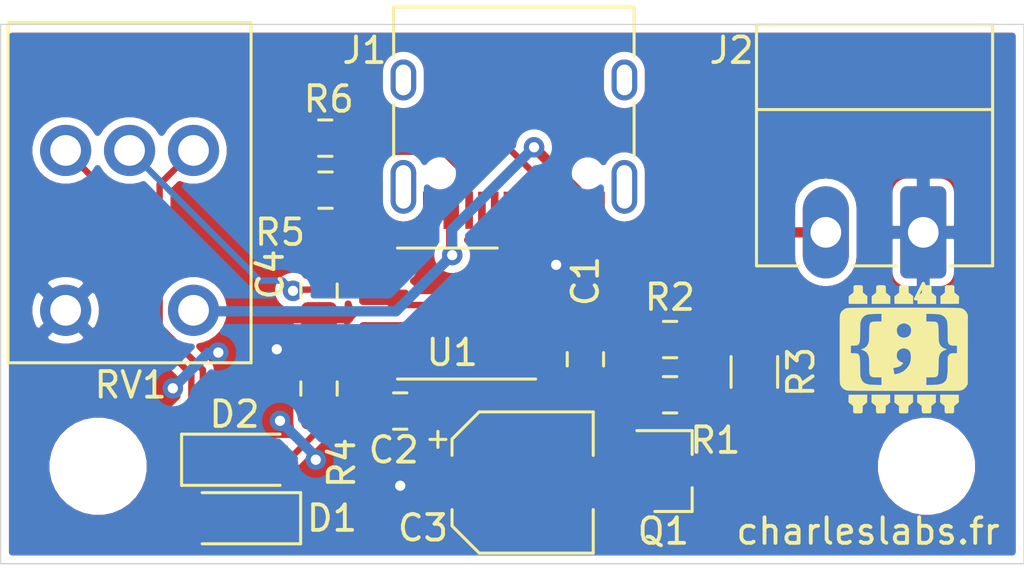
<source format=kicad_pcb>
(kicad_pcb (version 20171130) (host pcbnew 5.1.7-a382d34a8~87~ubuntu20.04.1)

  (general
    (thickness 1.6)
    (drawings 5)
    (tracks 98)
    (zones 0)
    (modules 20)
    (nets 22)
  )

  (page A4)
  (layers
    (0 F.Cu signal)
    (31 B.Cu signal)
    (32 B.Adhes user)
    (33 F.Adhes user)
    (34 B.Paste user)
    (35 F.Paste user)
    (36 B.SilkS user)
    (37 F.SilkS user)
    (38 B.Mask user)
    (39 F.Mask user)
    (40 Dwgs.User user)
    (41 Cmts.User user)
    (42 Eco1.User user)
    (43 Eco2.User user)
    (44 Edge.Cuts user)
    (45 Margin user)
    (46 B.CrtYd user hide)
    (47 F.CrtYd user)
    (48 B.Fab user hide)
    (49 F.Fab user hide)
  )

  (setup
    (last_trace_width 0.25)
    (trace_clearance 0.2)
    (zone_clearance 0.3)
    (zone_45_only no)
    (trace_min 0.2)
    (via_size 0.8)
    (via_drill 0.4)
    (via_min_size 0.4)
    (via_min_drill 0.3)
    (uvia_size 0.3)
    (uvia_drill 0.1)
    (uvias_allowed no)
    (uvia_min_size 0.2)
    (uvia_min_drill 0.1)
    (edge_width 0.05)
    (segment_width 0.2)
    (pcb_text_width 0.3)
    (pcb_text_size 1.5 1.5)
    (mod_edge_width 0.12)
    (mod_text_size 1 1)
    (mod_text_width 0.15)
    (pad_size 1.524 1.524)
    (pad_drill 0.762)
    (pad_to_mask_clearance 0.051)
    (solder_mask_min_width 0.25)
    (aux_axis_origin 16.383 20.828)
    (grid_origin 16.383 20.828)
    (visible_elements FFFFFF7F)
    (pcbplotparams
      (layerselection 0x010fc_ffffffff)
      (usegerberextensions false)
      (usegerberattributes false)
      (usegerberadvancedattributes false)
      (creategerberjobfile false)
      (excludeedgelayer true)
      (linewidth 0.100000)
      (plotframeref false)
      (viasonmask false)
      (mode 1)
      (useauxorigin false)
      (hpglpennumber 1)
      (hpglpenspeed 20)
      (hpglpendiameter 15.000000)
      (psnegative false)
      (psa4output false)
      (plotreference true)
      (plotvalue true)
      (plotinvisibletext false)
      (padsonsilk false)
      (subtractmaskfromsilk false)
      (outputformat 1)
      (mirror false)
      (drillshape 0)
      (scaleselection 1)
      (outputdirectory "./gerber"))
  )

  (net 0 "")
  (net 1 GND)
  (net 2 /pot2)
  (net 3 +5V)
  (net 4 "Net-(C4-Pad1)")
  (net 5 /pot1)
  (net 6 /pot3)
  (net 7 /5V_USB)
  (net 8 "Net-(Q1-Pad3)")
  (net 9 "Net-(Q1-Pad1)")
  (net 10 /PWM)
  (net 11 "Net-(J2-Pad2)")
  (net 12 "Net-(J1-PadB8)")
  (net 13 "Net-(J1-PadA5)")
  (net 14 "Net-(J1-PadB7)")
  (net 15 "Net-(J1-PadA7)")
  (net 16 "Net-(J1-PadB6)")
  (net 17 "Net-(J1-PadA8)")
  (net 18 "Net-(J1-PadB5)")
  (net 19 "Net-(J1-PadA6)")
  (net 20 "Net-(J1-PadS1)")
  (net 21 "Net-(D1-Pad1)")

  (net_class Default "This is the default net class."
    (clearance 0.2)
    (trace_width 0.25)
    (via_dia 0.8)
    (via_drill 0.4)
    (uvia_dia 0.3)
    (uvia_drill 0.1)
    (add_net /PWM)
    (add_net /pot1)
    (add_net /pot2)
    (add_net /pot3)
    (add_net "Net-(C4-Pad1)")
    (add_net "Net-(D1-Pad1)")
    (add_net "Net-(J1-PadA5)")
    (add_net "Net-(J1-PadA6)")
    (add_net "Net-(J1-PadA7)")
    (add_net "Net-(J1-PadA8)")
    (add_net "Net-(J1-PadB5)")
    (add_net "Net-(J1-PadB6)")
    (add_net "Net-(J1-PadB7)")
    (add_net "Net-(J1-PadB8)")
    (add_net "Net-(J1-PadS1)")
    (add_net "Net-(Q1-Pad1)")
  )

  (net_class PWR ""
    (clearance 0.2)
    (trace_width 0.4)
    (via_dia 0.8)
    (via_drill 0.4)
    (uvia_dia 0.3)
    (uvia_drill 0.1)
    (add_net +5V)
    (add_net /5V_USB)
    (add_net GND)
    (add_net "Net-(J2-Pad2)")
    (add_net "Net-(Q1-Pad3)")
  )

  (module Resistor_SMD:R_0805_2012Metric_Pad1.15x1.40mm_HandSolder (layer F.Cu) (tedit 5B36C52B) (tstamp 5EC11FC8)
    (at 29.074 25.273 180)
    (descr "Resistor SMD 0805 (2012 Metric), square (rectangular) end terminal, IPC_7351 nominal with elongated pad for handsoldering. (Body size source: https://docs.google.com/spreadsheets/d/1BsfQQcO9C6DZCsRaXUlFlo91Tg2WpOkGARC1WS5S8t0/edit?usp=sharing), generated with kicad-footprint-generator")
    (tags "resistor handsolder")
    (path /5EC210B3)
    (attr smd)
    (fp_text reference R6 (at -0.136 1.524) (layer F.SilkS)
      (effects (font (size 1 1) (thickness 0.15)))
    )
    (fp_text value 5.1k (at 0 1.65) (layer F.Fab)
      (effects (font (size 1 1) (thickness 0.15)))
    )
    (fp_line (start 1.85 0.95) (end -1.85 0.95) (layer F.CrtYd) (width 0.05))
    (fp_line (start 1.85 -0.95) (end 1.85 0.95) (layer F.CrtYd) (width 0.05))
    (fp_line (start -1.85 -0.95) (end 1.85 -0.95) (layer F.CrtYd) (width 0.05))
    (fp_line (start -1.85 0.95) (end -1.85 -0.95) (layer F.CrtYd) (width 0.05))
    (fp_line (start -0.261252 0.71) (end 0.261252 0.71) (layer F.SilkS) (width 0.12))
    (fp_line (start -0.261252 -0.71) (end 0.261252 -0.71) (layer F.SilkS) (width 0.12))
    (fp_line (start 1 0.6) (end -1 0.6) (layer F.Fab) (width 0.1))
    (fp_line (start 1 -0.6) (end 1 0.6) (layer F.Fab) (width 0.1))
    (fp_line (start -1 -0.6) (end 1 -0.6) (layer F.Fab) (width 0.1))
    (fp_line (start -1 0.6) (end -1 -0.6) (layer F.Fab) (width 0.1))
    (fp_text user %R (at 0 0) (layer F.Fab)
      (effects (font (size 0.5 0.5) (thickness 0.08)))
    )
    (pad 2 smd roundrect (at 1.025 0 180) (size 1.15 1.4) (layers F.Cu F.Paste F.Mask) (roundrect_rratio 0.2173904347826087)
      (net 1 GND))
    (pad 1 smd roundrect (at -1.025 0 180) (size 1.15 1.4) (layers F.Cu F.Paste F.Mask) (roundrect_rratio 0.2173904347826087)
      (net 13 "Net-(J1-PadA5)"))
    (model ${KISYS3DMOD}/Resistor_SMD.3dshapes/R_0805_2012Metric.wrl
      (at (xyz 0 0 0))
      (scale (xyz 1 1 1))
      (rotate (xyz 0 0 0))
    )
  )

  (module Resistor_SMD:R_0805_2012Metric_Pad1.15x1.40mm_HandSolder (layer F.Cu) (tedit 5B36C52B) (tstamp 5EC11FB7)
    (at 29.083 27.305 180)
    (descr "Resistor SMD 0805 (2012 Metric), square (rectangular) end terminal, IPC_7351 nominal with elongated pad for handsoldering. (Body size source: https://docs.google.com/spreadsheets/d/1BsfQQcO9C6DZCsRaXUlFlo91Tg2WpOkGARC1WS5S8t0/edit?usp=sharing), generated with kicad-footprint-generator")
    (tags "resistor handsolder")
    (path /5EC200FC)
    (attr smd)
    (fp_text reference R5 (at 1.778 -1.651) (layer F.SilkS)
      (effects (font (size 1 1) (thickness 0.15)))
    )
    (fp_text value 5.1k (at 0 1.65) (layer F.Fab)
      (effects (font (size 1 1) (thickness 0.15)))
    )
    (fp_line (start 1.85 0.95) (end -1.85 0.95) (layer F.CrtYd) (width 0.05))
    (fp_line (start 1.85 -0.95) (end 1.85 0.95) (layer F.CrtYd) (width 0.05))
    (fp_line (start -1.85 -0.95) (end 1.85 -0.95) (layer F.CrtYd) (width 0.05))
    (fp_line (start -1.85 0.95) (end -1.85 -0.95) (layer F.CrtYd) (width 0.05))
    (fp_line (start -0.261252 0.71) (end 0.261252 0.71) (layer F.SilkS) (width 0.12))
    (fp_line (start -0.261252 -0.71) (end 0.261252 -0.71) (layer F.SilkS) (width 0.12))
    (fp_line (start 1 0.6) (end -1 0.6) (layer F.Fab) (width 0.1))
    (fp_line (start 1 -0.6) (end 1 0.6) (layer F.Fab) (width 0.1))
    (fp_line (start -1 -0.6) (end 1 -0.6) (layer F.Fab) (width 0.1))
    (fp_line (start -1 0.6) (end -1 -0.6) (layer F.Fab) (width 0.1))
    (fp_text user %R (at 0 0) (layer F.Fab)
      (effects (font (size 0.5 0.5) (thickness 0.08)))
    )
    (pad 2 smd roundrect (at 1.025 0 180) (size 1.15 1.4) (layers F.Cu F.Paste F.Mask) (roundrect_rratio 0.2173904347826087)
      (net 1 GND))
    (pad 1 smd roundrect (at -1.025 0 180) (size 1.15 1.4) (layers F.Cu F.Paste F.Mask) (roundrect_rratio 0.2173904347826087)
      (net 18 "Net-(J1-PadB5)"))
    (model ${KISYS3DMOD}/Resistor_SMD.3dshapes/R_0805_2012Metric.wrl
      (at (xyz 0 0 0))
      (scale (xyz 1 1 1))
      (rotate (xyz 0 0 0))
    )
  )

  (module Connector_USB:USB_C_Receptacle_HRO_TYPE-C-31-M-12 (layer F.Cu) (tedit 5D3C0721) (tstamp 5EC11EAE)
    (at 36.447 24.048 180)
    (descr "USB Type-C receptacle for USB 2.0 and PD, http://www.krhro.com/uploads/soft/180320/1-1P320120243.pdf")
    (tags "usb usb-c 2.0 pd")
    (path /5EC12ADB)
    (attr smd)
    (fp_text reference J1 (at 5.84 2.204) (layer F.SilkS)
      (effects (font (size 1 1) (thickness 0.15)))
    )
    (fp_text value USB_C_Receptacle (at 0 5.1) (layer F.Fab)
      (effects (font (size 1 1) (thickness 0.15)))
    )
    (fp_line (start -4.7 3.9) (end 4.7 3.9) (layer F.SilkS) (width 0.12))
    (fp_line (start -4.47 -3.65) (end 4.47 -3.65) (layer F.Fab) (width 0.1))
    (fp_line (start -4.47 -3.65) (end -4.47 3.65) (layer F.Fab) (width 0.1))
    (fp_line (start -4.47 3.65) (end 4.47 3.65) (layer F.Fab) (width 0.1))
    (fp_line (start 4.47 -3.65) (end 4.47 3.65) (layer F.Fab) (width 0.1))
    (fp_line (start -5.32 -5.27) (end 5.32 -5.27) (layer F.CrtYd) (width 0.05))
    (fp_line (start -5.32 4.15) (end 5.32 4.15) (layer F.CrtYd) (width 0.05))
    (fp_line (start -5.32 -5.27) (end -5.32 4.15) (layer F.CrtYd) (width 0.05))
    (fp_line (start 5.32 -5.27) (end 5.32 4.15) (layer F.CrtYd) (width 0.05))
    (fp_line (start 4.7 -1.9) (end 4.7 0.1) (layer F.SilkS) (width 0.12))
    (fp_line (start 4.7 2) (end 4.7 3.9) (layer F.SilkS) (width 0.12))
    (fp_line (start -4.7 -1.9) (end -4.7 0.1) (layer F.SilkS) (width 0.12))
    (fp_line (start -4.7 2) (end -4.7 3.9) (layer F.SilkS) (width 0.12))
    (fp_text user %R (at 0 0) (layer F.Fab)
      (effects (font (size 1 1) (thickness 0.15)))
    )
    (pad B1 smd rect (at 3.25 -4.045 180) (size 0.6 1.45) (layers F.Cu F.Paste F.Mask)
      (net 1 GND))
    (pad A9 smd rect (at 2.45 -4.045 180) (size 0.6 1.45) (layers F.Cu F.Paste F.Mask)
      (net 7 /5V_USB))
    (pad B9 smd rect (at -2.45 -4.045 180) (size 0.6 1.45) (layers F.Cu F.Paste F.Mask)
      (net 7 /5V_USB))
    (pad B12 smd rect (at -3.25 -4.045 180) (size 0.6 1.45) (layers F.Cu F.Paste F.Mask)
      (net 1 GND))
    (pad A1 smd rect (at -3.25 -4.045 180) (size 0.6 1.45) (layers F.Cu F.Paste F.Mask)
      (net 1 GND))
    (pad A4 smd rect (at -2.45 -4.045 180) (size 0.6 1.45) (layers F.Cu F.Paste F.Mask)
      (net 7 /5V_USB))
    (pad B4 smd rect (at 2.45 -4.045 180) (size 0.6 1.45) (layers F.Cu F.Paste F.Mask)
      (net 7 /5V_USB))
    (pad A12 smd rect (at 3.25 -4.045 180) (size 0.6 1.45) (layers F.Cu F.Paste F.Mask)
      (net 1 GND))
    (pad B8 smd rect (at -1.75 -4.045 180) (size 0.3 1.45) (layers F.Cu F.Paste F.Mask)
      (net 12 "Net-(J1-PadB8)"))
    (pad A5 smd rect (at -1.25 -4.045 180) (size 0.3 1.45) (layers F.Cu F.Paste F.Mask)
      (net 13 "Net-(J1-PadA5)"))
    (pad B7 smd rect (at -0.75 -4.045 180) (size 0.3 1.45) (layers F.Cu F.Paste F.Mask)
      (net 14 "Net-(J1-PadB7)"))
    (pad A7 smd rect (at 0.25 -4.045 180) (size 0.3 1.45) (layers F.Cu F.Paste F.Mask)
      (net 15 "Net-(J1-PadA7)"))
    (pad B6 smd rect (at 0.75 -4.045 180) (size 0.3 1.45) (layers F.Cu F.Paste F.Mask)
      (net 16 "Net-(J1-PadB6)"))
    (pad A8 smd rect (at 1.25 -4.045 180) (size 0.3 1.45) (layers F.Cu F.Paste F.Mask)
      (net 17 "Net-(J1-PadA8)"))
    (pad B5 smd rect (at 1.75 -4.045 180) (size 0.3 1.45) (layers F.Cu F.Paste F.Mask)
      (net 18 "Net-(J1-PadB5)"))
    (pad A6 smd rect (at -0.25 -4.045 180) (size 0.3 1.45) (layers F.Cu F.Paste F.Mask)
      (net 19 "Net-(J1-PadA6)"))
    (pad S1 thru_hole oval (at 4.32 -3.13 180) (size 1 2.1) (drill oval 0.6 1.7) (layers *.Cu *.Mask)
      (net 20 "Net-(J1-PadS1)"))
    (pad S1 thru_hole oval (at -4.32 -3.13 180) (size 1 2.1) (drill oval 0.6 1.7) (layers *.Cu *.Mask)
      (net 20 "Net-(J1-PadS1)"))
    (pad "" np_thru_hole circle (at -2.89 -2.6 180) (size 0.65 0.65) (drill 0.65) (layers *.Cu *.Mask))
    (pad S1 thru_hole oval (at -4.32 1.05 180) (size 1 1.6) (drill oval 0.6 1.2) (layers *.Cu *.Mask)
      (net 20 "Net-(J1-PadS1)"))
    (pad "" np_thru_hole circle (at 2.89 -2.6 180) (size 0.65 0.65) (drill 0.65) (layers *.Cu *.Mask))
    (pad S1 thru_hole oval (at 4.32 1.05 180) (size 1 1.6) (drill oval 0.6 1.2) (layers *.Cu *.Mask)
      (net 20 "Net-(J1-PadS1)"))
    (model ${KISYS3DMOD}/Connector_USB.3dshapes/USB_C_Receptacle_HRO_TYPE-C-31-M-12.wrl
      (at (xyz 0 0 0))
      (scale (xyz 1 1 1))
      (rotate (xyz 0 0 0))
    )
  )

  (module Connector_Phoenix_MC:PhoenixContact_MC_1,5_2-G-3.81_1x02_P3.81mm_Horizontal (layer F.Cu) (tedit 5B784ED1) (tstamp 5EB5B772)
    (at 52.451 28.956 180)
    (descr "Generic Phoenix Contact connector footprint for: MC_1,5/2-G-3.81; number of pins: 02; pin pitch: 3.81mm; Angled || order number: 1803277 8A 160V")
    (tags "phoenix_contact connector MC_01x02_G_3.81mm")
    (path /5EB88475)
    (fp_text reference J2 (at 7.493 7.112) (layer F.SilkS)
      (effects (font (size 1 1) (thickness 0.15)))
    )
    (fp_text value XT30PW-F (at 1.9 9.2) (layer F.Fab)
      (effects (font (size 1 1) (thickness 0.15)))
    )
    (fp_line (start -2.71 -1.31) (end -2.71 8.11) (layer F.SilkS) (width 0.12))
    (fp_line (start -2.71 8.11) (end 6.52 8.11) (layer F.SilkS) (width 0.12))
    (fp_line (start 6.52 8.11) (end 6.52 -1.31) (layer F.SilkS) (width 0.12))
    (fp_line (start -2.71 -1.31) (end -1.05 -1.31) (layer F.SilkS) (width 0.12))
    (fp_line (start 6.52 -1.31) (end 4.86 -1.31) (layer F.SilkS) (width 0.12))
    (fp_line (start 1.05 -1.31) (end 2.76 -1.31) (layer F.SilkS) (width 0.12))
    (fp_line (start -2.6 -1.2) (end -2.6 8) (layer F.Fab) (width 0.1))
    (fp_line (start -2.6 8) (end 6.41 8) (layer F.Fab) (width 0.1))
    (fp_line (start 6.41 8) (end 6.41 -1.2) (layer F.Fab) (width 0.1))
    (fp_line (start 6.41 -1.2) (end -2.6 -1.2) (layer F.Fab) (width 0.1))
    (fp_line (start -2.71 4.8) (end 6.52 4.8) (layer F.SilkS) (width 0.12))
    (fp_line (start -3.21 -2.3) (end -3.21 8.5) (layer F.CrtYd) (width 0.05))
    (fp_line (start -3.21 8.5) (end 6.91 8.5) (layer F.CrtYd) (width 0.05))
    (fp_line (start 6.91 8.5) (end 6.91 -2.3) (layer F.CrtYd) (width 0.05))
    (fp_line (start 6.91 -2.3) (end -3.21 -2.3) (layer F.CrtYd) (width 0.05))
    (fp_line (start 0.3 -2.6) (end 0 -2) (layer F.SilkS) (width 0.12))
    (fp_line (start 0 -2) (end -0.3 -2.6) (layer F.SilkS) (width 0.12))
    (fp_line (start -0.3 -2.6) (end 0.3 -2.6) (layer F.SilkS) (width 0.12))
    (fp_line (start 0.8 -1.2) (end 0 0) (layer F.Fab) (width 0.1))
    (fp_line (start 0 0) (end -0.8 -1.2) (layer F.Fab) (width 0.1))
    (fp_text user %R (at 1.9 -0.5) (layer F.Fab)
      (effects (font (size 1 1) (thickness 0.15)))
    )
    (pad 1 thru_hole roundrect (at 0 0 180) (size 1.8 3.6) (drill 1.2) (layers *.Cu *.Mask) (roundrect_rratio 0.1388888888888889)
      (net 3 +5V))
    (pad 2 thru_hole oval (at 3.81 0 180) (size 1.8 3.6) (drill 1.2) (layers *.Cu *.Mask)
      (net 11 "Net-(J2-Pad2)"))
    (model ${KISYS3DMOD}/Connector_Phoenix_MC.3dshapes/PhoenixContact_MC_1,5_2-G-3.81_1x02_P3.81mm_Horizontal.wrl
      (at (xyz 0 0 0))
      (scale (xyz 1 1 1))
      (rotate (xyz 0 0 0))
    )
  )

  (module Charleslabs_Parts:Charleslabs_Logo_5mm (layer F.Cu) (tedit 0) (tstamp 5EB5F7A7)
    (at 51.689 33.528)
    (path /5EC29C7A)
    (fp_text reference LOGO1 (at 0 0) (layer F.SilkS) hide
      (effects (font (size 1.524 1.524) (thickness 0.3)))
    )
    (fp_text value Logo_Open_Hardware_Large (at 0.75 0) (layer F.SilkS) hide
      (effects (font (size 1.524 1.524) (thickness 0.3)))
    )
    (fp_poly (pts (xy 1.79048 -2.500923) (xy 1.8544 -2.500862) (xy 1.901391 -2.499192) (xy 1.934052 -2.493691)
      (xy 1.954984 -2.482133) (xy 1.966785 -2.462292) (xy 1.972056 -2.431943) (xy 1.973396 -2.388863)
      (xy 1.973384 -2.344373) (xy 1.973384 -2.218238) (xy 2.066446 -2.143387) (xy 2.159507 -2.068536)
      (xy 2.156811 -1.925711) (xy 2.154115 -1.782885) (xy 1.795096 -1.780322) (xy 1.436077 -1.77776)
      (xy 1.436098 -1.926861) (xy 1.43612 -2.075962) (xy 1.523615 -2.144347) (xy 1.61111 -2.212731)
      (xy 1.611516 -2.337289) (xy 1.611847 -2.395072) (xy 1.614166 -2.43736) (xy 1.621116 -2.466569)
      (xy 1.635338 -2.485116) (xy 1.659475 -2.495414) (xy 1.696168 -2.49988) (xy 1.748058 -2.500929)
      (xy 1.79048 -2.500923)) (layer F.SilkS) (width 0.01))
    (fp_poly (pts (xy 1.064137 -2.475183) (xy 1.072829 -2.462102) (xy 1.078635 -2.44643) (xy 1.082121 -2.424148)
      (xy 1.083851 -2.391239) (xy 1.084391 -2.343684) (xy 1.084406 -2.331087) (xy 1.084428 -2.212731)
      (xy 1.171923 -2.144347) (xy 1.259418 -2.075962) (xy 1.26023 -1.778) (xy 0.537307 -1.778)
      (xy 0.537714 -1.926981) (xy 0.53812 -2.075962) (xy 0.625615 -2.144347) (xy 0.713109 -2.212731)
      (xy 0.713131 -2.331087) (xy 0.713488 -2.382336) (xy 0.714913 -2.418071) (xy 0.717972 -2.44231)
      (xy 0.723228 -2.459071) (xy 0.731249 -2.472372) (xy 0.733401 -2.475183) (xy 0.753648 -2.500923)
      (xy 1.043889 -2.500923) (xy 1.064137 -2.475183)) (layer F.SilkS) (width 0.01))
    (fp_poly (pts (xy 0.004884 -2.500923) (xy 0.068368 -2.50085) (xy 0.114938 -2.499117) (xy 0.14721 -2.493458)
      (xy 0.1678 -2.481606) (xy 0.179323 -2.461294) (xy 0.184395 -2.430255) (xy 0.185631 -2.386221)
      (xy 0.185615 -2.34427) (xy 0.185615 -2.218032) (xy 0.361461 -2.077232) (xy 0.361461 -1.778)
      (xy 0.006512 -1.778) (xy -0.074912 -1.778174) (xy -0.150113 -1.778667) (xy -0.216868 -1.77944)
      (xy -0.272954 -1.780453) (xy -0.316148 -1.781665) (xy -0.344226 -1.783038) (xy -0.354949 -1.784513)
      (xy -0.357284 -1.796132) (xy -0.359248 -1.823601) (xy -0.360676 -1.863233) (xy -0.361404 -1.911338)
      (xy -0.361462 -1.929985) (xy -0.361462 -2.068945) (xy -0.268654 -2.143591) (xy -0.175847 -2.218238)
      (xy -0.175847 -2.344373) (xy -0.175761 -2.399363) (xy -0.17376 -2.439702) (xy -0.167228 -2.467656)
      (xy -0.15355 -2.485492) (xy -0.13011 -2.495473) (xy -0.094292 -2.499866) (xy -0.043481 -2.500937)
      (xy 0.004884 -2.500923)) (layer F.SilkS) (width 0.01))
    (fp_poly (pts (xy -0.826963 -2.500832) (xy -0.780269 -2.498963) (xy -0.747763 -2.492929) (xy -0.726774 -2.480342)
      (xy -0.714631 -2.458811) (xy -0.708664 -2.425949) (xy -0.706201 -2.379367) (xy -0.705075 -2.335057)
      (xy -0.70188 -2.210256) (xy -0.614451 -2.140252) (xy -0.527021 -2.070247) (xy -0.532423 -1.782885)
      (xy -0.891443 -1.780322) (xy -1.250462 -1.77776) (xy -1.250056 -1.926861) (xy -1.249649 -2.075962)
      (xy -1.162155 -2.144347) (xy -1.07466 -2.212731) (xy -1.074638 -2.337289) (xy -1.074523 -2.394308)
      (xy -1.072475 -2.436272) (xy -1.065899 -2.465485) (xy -1.052204 -2.484252) (xy -1.028796 -2.494877)
      (xy -0.993082 -2.499664) (xy -0.942471 -2.500917) (xy -0.890515 -2.500923) (xy -0.826963 -2.500832)) (layer F.SilkS) (width 0.01))
    (fp_poly (pts (xy -1.784558 -2.500923) (xy -1.720776 -2.50082) (xy -1.67391 -2.49895) (xy -1.641349 -2.492975)
      (xy -1.62048 -2.480556) (xy -1.608689 -2.459354) (xy -1.603365 -2.42703) (xy -1.601893 -2.381247)
      (xy -1.601748 -2.337289) (xy -1.601342 -2.212731) (xy -1.513847 -2.144347) (xy -1.426352 -2.075962)
      (xy -1.426308 -1.778) (xy -1.781257 -1.778) (xy -1.862681 -1.778174) (xy -1.937882 -1.778667)
      (xy -2.004637 -1.77944) (xy -2.060723 -1.780453) (xy -2.103917 -1.781665) (xy -2.131995 -1.783038)
      (xy -2.142718 -1.784513) (xy -2.145047 -1.796128) (xy -2.147008 -1.823603) (xy -2.148436 -1.863263)
      (xy -2.149169 -1.911431) (xy -2.149231 -1.930741) (xy -2.149231 -2.070455) (xy -2.056423 -2.145102)
      (xy -1.963616 -2.219749) (xy -1.963616 -2.344168) (xy -1.963593 -2.399464) (xy -1.961773 -2.439964)
      (xy -1.955532 -2.467967) (xy -1.942246 -2.485771) (xy -1.919288 -2.495673) (xy -1.884035 -2.499972)
      (xy -1.833861 -2.500964) (xy -1.784558 -2.500923)) (layer F.SilkS) (width 0.01))
    (fp_poly (pts (xy 0.194075 -1.622383) (xy 0.374348 -1.622269) (xy 0.552367 -1.622082) (xy 0.72704 -1.621822)
      (xy 0.897279 -1.62149) (xy 1.061993 -1.621085) (xy 1.220094 -1.620607) (xy 1.370492 -1.620056)
      (xy 1.512096 -1.619433) (xy 1.643817 -1.618736) (xy 1.764566 -1.617968) (xy 1.873252 -1.617126)
      (xy 1.968787 -1.616211) (xy 2.05008 -1.615224) (xy 2.116042 -1.614164) (xy 2.165583 -1.613031)
      (xy 2.197613 -1.611826) (xy 2.210329 -1.61073) (xy 2.287386 -1.585759) (xy 2.356983 -1.544587)
      (xy 2.41611 -1.489754) (xy 2.46176 -1.423801) (xy 2.480476 -1.382533) (xy 2.501194 -1.327158)
      (xy 2.496038 1.353038) (xy 2.47039 1.406769) (xy 2.425464 1.479266) (xy 2.367091 1.538004)
      (xy 2.296762 1.581812) (xy 2.215972 1.609521) (xy 2.209807 1.610861) (xy 2.193679 1.612189)
      (xy 2.159145 1.613429) (xy 2.10729 1.614581) (xy 2.039198 1.615646) (xy 1.955954 1.616623)
      (xy 1.858642 1.617515) (xy 1.748347 1.618322) (xy 1.626152 1.619044) (xy 1.493143 1.619682)
      (xy 1.350403 1.620238) (xy 1.199018 1.620711) (xy 1.040071 1.621102) (xy 0.874647 1.621413)
      (xy 0.703831 1.621643) (xy 0.528706 1.621794) (xy 0.350357 1.621866) (xy 0.169869 1.621861)
      (xy -0.011675 1.621778) (xy -0.193189 1.621618) (xy -0.373589 1.621383) (xy -0.551791 1.621072)
      (xy -0.726711 1.620688) (xy -0.897263 1.620229) (xy -1.062365 1.619698) (xy -1.22093 1.619094)
      (xy -1.371876 1.618419) (xy -1.514117 1.617673) (xy -1.646569 1.616857) (xy -1.768147 1.615972)
      (xy -1.877768 1.615018) (xy -1.974347 1.613997) (xy -2.056799 1.612908) (xy -2.12404 1.611753)
      (xy -2.174986 1.610532) (xy -2.208552 1.609246) (xy -2.223601 1.607908) (xy -2.300113 1.579815)
      (xy -2.368362 1.535922) (xy -2.425406 1.478807) (xy -2.468304 1.411046) (xy -2.480341 1.382894)
      (xy -2.48325 1.374947) (xy -2.485871 1.366781) (xy -2.488219 1.357386) (xy -2.490309 1.345757)
      (xy -2.492157 1.330884) (xy -2.493777 1.311761) (xy -2.495183 1.28738) (xy -2.496392 1.256732)
      (xy -2.497418 1.21881) (xy -2.498276 1.172607) (xy -2.498981 1.117115) (xy -2.499549 1.051326)
      (xy -2.499993 0.974232) (xy -2.50033 0.884826) (xy -2.500573 0.782099) (xy -2.500739 0.665045)
      (xy -2.500842 0.532655) (xy -2.500897 0.383922) (xy -2.500919 0.217838) (xy -2.500923 0.033395)
      (xy -2.500923 0) (xy -2.500922 -0.144945) (xy -2.071077 -0.144945) (xy -2.071077 0.154714)
      (xy -1.949639 0.157953) (xy -1.890716 0.160386) (xy -1.84734 0.165062) (xy -1.815535 0.173489)
      (xy -1.791324 0.187176) (xy -1.770731 0.20763) (xy -1.752148 0.232858) (xy -1.740996 0.252561)
      (xy -1.731882 0.277051) (xy -1.724623 0.308296) (xy -1.719034 0.348265) (xy -1.714931 0.398926)
      (xy -1.71213 0.462249) (xy -1.710447 0.540201) (xy -1.709698 0.634752) (xy -1.709616 0.6875)
      (xy -1.709389 0.780595) (xy -1.708642 0.856585) (xy -1.707276 0.917898) (xy -1.705189 0.966966)
      (xy -1.702281 1.006215) (xy -1.698454 1.038075) (xy -1.694181 1.062238) (xy -1.669436 1.149651)
      (xy -1.63383 1.222086) (xy -1.586321 1.280404) (xy -1.525866 1.325468) (xy -1.451422 1.358137)
      (xy -1.361949 1.379275) (xy -1.301642 1.386689) (xy -1.262299 1.389347) (xy -1.208929 1.391772)
      (xy -1.147046 1.393776) (xy -1.082161 1.395167) (xy -1.042866 1.395637) (xy -0.869462 1.397)
      (xy -0.869462 1.094153) (xy -1.023327 1.09392) (xy -1.103019 1.092907) (xy -1.165842 1.089594)
      (xy -1.214408 1.083168) (xy -1.25133 1.072816) (xy -1.27922 1.057723) (xy -1.300692 1.037077)
      (xy -1.318358 1.010063) (xy -1.32336 1.000488) (xy -1.328705 0.988446) (xy -1.333058 0.97434)
      (xy -1.33658 0.955948) (xy -1.33943 0.931048) (xy -1.341767 0.897417) (xy -1.343752 0.852832)
      (xy -1.345544 0.795071) (xy -1.347053 0.732293) (xy -0.417005 0.732293) (xy -0.392385 0.857742)
      (xy -0.367765 0.98319) (xy -0.315917 0.97506) (xy -0.280342 0.967883) (xy -0.235596 0.956662)
      (xy -0.190973 0.94374) (xy -0.188208 0.942868) (xy -0.099228 0.907878) (xy -0.018317 0.86093)
      (xy 0.059295 0.799039) (xy 0.093046 0.766884) (xy 0.165884 0.683047) (xy 0.220496 0.594236)
      (xy 0.257537 0.49876) (xy 0.277661 0.394926) (xy 0.281522 0.281042) (xy 0.281467 0.279485)
      (xy 0.276044 0.20633) (xy 0.264682 0.147997) (xy 0.245993 0.100311) (xy 0.218594 0.059094)
      (xy 0.202211 0.040663) (xy 0.15001 -0.000378) (xy 0.088594 -0.026808) (xy 0.021847 -0.038514)
      (xy -0.046346 -0.035381) (xy -0.112101 -0.017297) (xy -0.171535 0.015854) (xy -0.188091 0.029228)
      (xy -0.23197 0.075629) (xy -0.260172 0.125727) (xy -0.274688 0.184187) (xy -0.277789 0.239346)
      (xy -0.276415 0.28407) (xy -0.271625 0.317095) (xy -0.261834 0.346173) (xy -0.25156 0.367551)
      (xy -0.218238 0.417462) (xy -0.175366 0.460485) (xy -0.127236 0.493492) (xy -0.078144 0.513357)
      (xy -0.045271 0.517769) (xy -0.031433 0.523815) (xy -0.032904 0.541898) (xy -0.049664 0.57194)
      (xy -0.061058 0.587836) (xy -0.100984 0.627157) (xy -0.156565 0.661642) (xy -0.224147 0.689431)
      (xy -0.297962 0.708281) (xy -0.337427 0.715722) (xy -0.371469 0.722345) (xy -0.393861 0.726935)
      (xy -0.39656 0.727541) (xy -0.417005 0.732293) (xy -1.347053 0.732293) (xy -1.347303 0.721913)
      (xy -1.348915 0.644769) (xy -1.350911 0.553185) (xy -1.35293 0.478889) (xy -1.355114 0.419627)
      (xy -1.357606 0.373148) (xy -1.360548 0.337201) (xy -1.364081 0.309534) (xy -1.368347 0.287895)
      (xy -1.372345 0.273538) (xy -1.396132 0.209225) (xy -1.423085 0.159002) (xy -1.456218 0.117419)
      (xy -1.461971 0.111526) (xy -1.490507 0.088078) (xy -1.527854 0.064143) (xy -1.568211 0.04275)
      (xy -1.605775 0.026927) (xy -1.634745 0.019702) (xy -1.638212 0.019546) (xy -1.659381 0.016932)
      (xy -1.662793 0.010002) (xy -1.649393 0.000092) (xy -1.62013 -0.011464) (xy -1.615116 -0.013046)
      (xy -1.537461 -0.045881) (xy -1.473407 -0.09257) (xy -1.42253 -0.15354) (xy -1.384406 -0.229217)
      (xy -1.375801 -0.253586) (xy -1.369988 -0.272955) (xy -1.365263 -0.293126) (xy -1.361455 -0.316516)
      (xy -1.358393 -0.345541) (xy -1.355904 -0.382616) (xy -1.353817 -0.430157) (xy -1.351962 -0.490581)
      (xy -1.350167 -0.566304) (xy -1.348749 -0.635) (xy -1.347219 -0.707024) (xy -0.275219 -0.707024)
      (xy -0.260925 -0.635138) (xy -0.230952 -0.572226) (xy -0.186344 -0.520091) (xy -0.128141 -0.480534)
      (xy -0.08623 -0.463293) (xy -0.036885 -0.454038) (xy 0.021074 -0.45342) (xy 0.078996 -0.460933)
      (xy 0.127653 -0.475815) (xy 0.189428 -0.512481) (xy 0.238262 -0.561112) (xy 0.264394 -0.603365)
      (xy 0.278068 -0.645445) (xy 0.285951 -0.698144) (xy 0.287828 -0.754325) (xy 0.283483 -0.806851)
      (xy 0.272703 -0.848585) (xy 0.271828 -0.850634) (xy 0.235931 -0.909022) (xy 0.186474 -0.955978)
      (xy 0.126658 -0.990115) (xy 0.05968 -1.010049) (xy -0.011261 -1.014394) (xy -0.079483 -1.002801)
      (xy -0.147478 -0.974001) (xy -0.202468 -0.93169) (xy -0.243054 -0.877435) (xy -0.26784 -0.812803)
      (xy -0.272793 -0.78608) (xy -0.275219 -0.707024) (xy -1.347219 -0.707024) (xy -1.346759 -0.728649)
      (xy -1.344681 -0.804886) (xy -1.342201 -0.865838) (xy -1.339002 -0.913631) (xy -1.334769 -0.950391)
      (xy -1.329186 -0.978244) (xy -1.321939 -0.999316) (xy -1.31271 -1.015734) (xy -1.301186 -1.029622)
      (xy -1.288356 -1.041929) (xy -1.267836 -1.056801) (xy -1.241714 -1.067943) (xy -1.207194 -1.075811)
      (xy -1.161481 -1.080862) (xy -1.101779 -1.08355) (xy -1.028212 -1.084331) (xy -0.869462 -1.084385)
      (xy -0.869462 -1.086248) (xy 0.87923 -1.086248) (xy 1.057519 -1.082667) (xy 1.124208 -1.081024)
      (xy 1.174381 -1.078949) (xy 1.211059 -1.076144) (xy 1.237263 -1.072312) (xy 1.256014 -1.067156)
      (xy 1.267465 -1.061993) (xy 1.290498 -1.047113) (xy 1.309352 -1.028443) (xy 1.324425 -1.004036)
      (xy 1.336114 -0.971945) (xy 1.344817 -0.930224) (xy 1.350931 -0.876924) (xy 1.354852 -0.8101)
      (xy 1.35698 -0.727805) (xy 1.357709 -0.62809) (xy 1.357719 -0.619698) (xy 1.358163 -0.526547)
      (xy 1.359537 -0.45023) (xy 1.362155 -0.388054) (xy 1.366329 -0.337326) (xy 1.372369 -0.295351)
      (xy 1.38059 -0.259436) (xy 1.391302 -0.226886) (xy 1.404818 -0.195009) (xy 1.407615 -0.189046)
      (xy 1.447515 -0.126902) (xy 1.501795 -0.074948) (xy 1.566698 -0.03611) (xy 1.631461 -0.014709)
      (xy 1.66114 -0.007329) (xy 1.672199 -0.000647) (xy 1.664504 0.006875) (xy 1.637917 0.016776)
      (xy 1.628423 0.019766) (xy 1.547599 0.052983) (xy 1.481822 0.098237) (xy 1.430243 0.156204)
      (xy 1.406102 0.196692) (xy 1.392495 0.226648) (xy 1.381616 0.259128) (xy 1.373184 0.29663)
      (xy 1.366917 0.341656) (xy 1.362534 0.396707) (xy 1.359753 0.464283) (xy 1.358294 0.546884)
      (xy 1.357889 0.62523) (xy 1.357201 0.726894) (xy 1.355195 0.810973) (xy 1.351482 0.879399)
      (xy 1.345669 0.934102) (xy 1.337365 0.977015) (xy 1.32618 1.010068) (xy 1.31172 1.035194)
      (xy 1.293596 1.054324) (xy 1.271416 1.069389) (xy 1.267465 1.071551) (xy 1.252144 1.077921)
      (xy 1.231303 1.08277) (xy 1.201955 1.086394) (xy 1.16111 1.089089) (xy 1.105781 1.091152)
      (xy 1.057519 1.092363) (xy 0.87923 1.096296) (xy 0.87923 1.397) (xy 1.03798 1.396748)
      (xy 1.101506 1.396022) (xy 1.167373 1.394201) (xy 1.229055 1.391533) (xy 1.280028 1.388266)
      (xy 1.294227 1.387017) (xy 1.384469 1.374543) (xy 1.45908 1.355576) (xy 1.521246 1.328889)
      (xy 1.574151 1.293255) (xy 1.601004 1.26885) (xy 1.625792 1.242802) (xy 1.646605 1.217153)
      (xy 1.663822 1.189933) (xy 1.677827 1.159174) (xy 1.689 1.122908) (xy 1.697723 1.079166)
      (xy 1.704376 1.025979) (xy 1.709342 0.961379) (xy 1.713002 0.883397) (xy 1.715738 0.790064)
      (xy 1.71793 0.679412) (xy 1.718189 0.664008) (xy 1.724269 0.297363) (xy 1.748956 0.248816)
      (xy 1.770671 0.213615) (xy 1.796775 0.188186) (xy 1.830556 0.171154) (xy 1.875305 0.161148)
      (xy 1.934309 0.156794) (xy 1.97057 0.156307) (xy 2.080846 0.156307) (xy 2.080846 -0.146539)
      (xy 1.97057 -0.146539) (xy 1.902961 -0.14856) (xy 1.851301 -0.155533) (xy 1.812333 -0.16882)
      (xy 1.782801 -0.189782) (xy 1.759446 -0.219783) (xy 1.748692 -0.239347) (xy 1.742447 -0.252147)
      (xy 1.737335 -0.26448) (xy 1.733207 -0.278415) (xy 1.729911 -0.296024) (xy 1.727296 -0.319377)
      (xy 1.72521 -0.350546) (xy 1.723504 -0.391602) (xy 1.722025 -0.444615) (xy 1.720624 -0.511656)
      (xy 1.719148 -0.594797) (xy 1.718062 -0.659423) (xy 1.716189 -0.763109) (xy 1.714193 -0.849419)
      (xy 1.711831 -0.920518) (xy 1.708863 -0.978568) (xy 1.705048 -1.025732) (xy 1.700144 -1.064173)
      (xy 1.693911 -1.096055) (xy 1.686107 -1.12354) (xy 1.676492 -1.148793) (xy 1.664823 -1.173974)
      (xy 1.659531 -1.184503) (xy 1.626481 -1.233144) (xy 1.580435 -1.279142) (xy 1.527643 -1.316498)
      (xy 1.514751 -1.323467) (xy 1.479896 -1.339724) (xy 1.444662 -1.352662) (xy 1.40611 -1.362727)
      (xy 1.361299 -1.370361) (xy 1.307288 -1.37601) (xy 1.241138 -1.380117) (xy 1.159907 -1.383125)
      (xy 1.11125 -1.384391) (xy 0.87923 -1.389828) (xy 0.87923 -1.086248) (xy -0.869462 -1.086248)
      (xy -0.869462 -1.389946) (xy -1.106366 -1.384342) (xy -1.197505 -1.381691) (xy -1.271955 -1.37821)
      (xy -1.332561 -1.373482) (xy -1.382167 -1.367086) (xy -1.423618 -1.358605) (xy -1.459759 -1.34762)
      (xy -1.493435 -1.333712) (xy -1.511976 -1.324645) (xy -1.570927 -1.283932) (xy -1.621503 -1.22771)
      (xy -1.661807 -1.158905) (xy -1.689946 -1.080439) (xy -1.699342 -1.035539) (xy -1.701884 -1.009824)
      (xy -1.704206 -0.967588) (xy -1.706226 -0.911846) (xy -1.707859 -0.845614) (xy -1.709021 -0.771909)
      (xy -1.709628 -0.693748) (xy -1.709695 -0.664308) (xy -1.710081 -0.560547) (xy -1.711322 -0.474314)
      (xy -1.713789 -0.403606) (xy -1.717856 -0.346419) (xy -1.723895 -0.30075) (xy -1.732277 -0.264593)
      (xy -1.743376 -0.235947) (xy -1.757564 -0.212806) (xy -1.775212 -0.193166) (xy -1.796694 -0.175025)
      (xy -1.801262 -0.171566) (xy -1.815379 -0.162846) (xy -1.832936 -0.156782) (xy -1.857896 -0.152751)
      (xy -1.894225 -0.150127) (xy -1.945884 -0.148286) (xy -1.949639 -0.148184) (xy -2.071077 -0.144945)
      (xy -2.500922 -0.144945) (xy -2.500921 -0.187678) (xy -2.500903 -0.356825) (xy -2.500855 -0.508449)
      (xy -2.500761 -0.643558) (xy -2.500607 -0.763159) (xy -2.500378 -0.86826) (xy -2.500058 -0.959869)
      (xy -2.499633 -1.038993) (xy -2.499088 -1.106641) (xy -2.498407 -1.16382) (xy -2.497576 -1.211538)
      (xy -2.49658 -1.250802) (xy -2.495403 -1.28262) (xy -2.494031 -1.308) (xy -2.492449 -1.327949)
      (xy -2.490642 -1.343476) (xy -2.488594 -1.355588) (xy -2.486291 -1.365292) (xy -2.483717 -1.373597)
      (xy -2.480858 -1.381511) (xy -2.480341 -1.382895) (xy -2.443742 -1.453764) (xy -2.391943 -1.515056)
      (xy -2.327984 -1.564207) (xy -2.254899 -1.598656) (xy -2.21033 -1.61073) (xy -2.194247 -1.611998)
      (xy -2.159715 -1.613193) (xy -2.107824 -1.614316) (xy -2.039664 -1.615366) (xy -1.956325 -1.616343)
      (xy -1.858895 -1.617247) (xy -1.748465 -1.618079) (xy -1.626125 -1.618838) (xy -1.492963 -1.619524)
      (xy -1.35007 -1.620137) (xy -1.198536 -1.620678) (xy -1.03945 -1.621146) (xy -0.873901 -1.621541)
      (xy -0.70298 -1.621863) (xy -0.527776 -1.622113) (xy -0.349379 -1.622289) (xy -0.168878 -1.622393)
      (xy 0.012636 -1.622425) (xy 0.194075 -1.622383)) (layer F.SilkS) (width 0.01))
    (fp_poly (pts (xy 1.785327 1.780322) (xy 2.144346 1.782884) (xy 2.147046 1.926462) (xy 2.149747 2.070039)
      (xy 2.056681 2.144893) (xy 1.963615 2.219748) (xy 1.963615 2.345127) (xy 1.963538 2.399573)
      (xy 1.961573 2.439598) (xy 1.955121 2.467418) (xy 1.941583 2.485246) (xy 1.918357 2.495299)
      (xy 1.882844 2.499789) (xy 1.832445 2.500931) (xy 1.78071 2.500923) (xy 1.725111 2.500693)
      (xy 1.685625 2.499723) (xy 1.658829 2.497593) (xy 1.641303 2.493882) (xy 1.629622 2.48817)
      (xy 1.621692 2.481384) (xy 1.613519 2.471327) (xy 1.607959 2.458004) (xy 1.604504 2.437736)
      (xy 1.602644 2.406847) (xy 1.601871 2.361659) (xy 1.601747 2.337288) (xy 1.601341 2.21273)
      (xy 1.513846 2.144346) (xy 1.426351 2.075961) (xy 1.426307 1.777759) (xy 1.785327 1.780322)) (layer F.SilkS) (width 0.01))
    (fp_poly (pts (xy 1.249649 2.075961) (xy 1.162154 2.144346) (xy 1.074659 2.21273) (xy 1.074637 2.337288)
      (xy 1.074523 2.394307) (xy 1.072474 2.436271) (xy 1.065898 2.465484) (xy 1.052203 2.484251)
      (xy 1.028795 2.494876) (xy 0.993082 2.499663) (xy 0.94247 2.500916) (xy 0.890514 2.500923)
      (xy 0.834012 2.50074) (xy 0.793724 2.499916) (xy 0.766325 2.498031) (xy 0.748491 2.49467)
      (xy 0.736899 2.489414) (xy 0.728223 2.481848) (xy 0.726879 2.48039) (xy 0.718918 2.469013)
      (xy 0.71332 2.453026) (xy 0.709536 2.428785) (xy 0.707022 2.392645) (xy 0.705228 2.340961)
      (xy 0.705074 2.335057) (xy 0.701879 2.210256) (xy 0.61445 2.140251) (xy 0.52702 2.070246)
      (xy 0.529722 1.926565) (xy 0.532423 1.782884) (xy 0.891442 1.780322) (xy 1.250461 1.777759)
      (xy 1.249649 2.075961)) (layer F.SilkS) (width 0.01))
    (fp_poly (pts (xy -0.002443 1.780322) (xy 0.356577 1.782884) (xy 0.359273 1.92571) (xy 0.361969 2.068535)
      (xy 0.268907 2.143386) (xy 0.175846 2.218237) (xy 0.175846 2.344372) (xy 0.17576 2.399362)
      (xy 0.173759 2.439701) (xy 0.167227 2.467656) (xy 0.153549 2.485491) (xy 0.130109 2.495472)
      (xy 0.094291 2.499866) (xy 0.04348 2.500937) (xy -0.004885 2.500923) (xy -0.0634 2.500456)
      (xy -0.105579 2.498855) (xy -0.134605 2.495813) (xy -0.153662 2.491027) (xy -0.163904 2.485715)
      (xy -0.172819 2.478344) (xy -0.178892 2.468609) (xy -0.182665 2.452972) (xy -0.184681 2.427898)
      (xy -0.185483 2.389852) (xy -0.185616 2.344269) (xy -0.185616 2.218031) (xy -0.361462 2.077231)
      (xy -0.361462 1.777759) (xy -0.002443 1.780322)) (layer F.SilkS) (width 0.01))
    (fp_poly (pts (xy -0.537714 1.92698) (xy -0.538121 2.075961) (xy -0.625616 2.144346) (xy -0.71311 2.21273)
      (xy -0.713132 2.331086) (xy -0.713489 2.382335) (xy -0.714914 2.418071) (xy -0.717972 2.44231)
      (xy -0.723229 2.459071) (xy -0.731249 2.472371) (xy -0.733402 2.475182) (xy -0.753649 2.500923)
      (xy -1.04389 2.500923) (xy -1.064138 2.475182) (xy -1.07283 2.462101) (xy -1.078636 2.446429)
      (xy -1.082122 2.424147) (xy -1.083852 2.391238) (xy -1.084392 2.343683) (xy -1.084407 2.331086)
      (xy -1.084429 2.21273) (xy -1.171924 2.144346) (xy -1.259419 2.075961) (xy -1.259825 1.92698)
      (xy -1.260231 1.778) (xy -0.537308 1.778) (xy -0.537714 1.92698)) (layer F.SilkS) (width 0.01))
    (fp_poly (pts (xy -1.436121 2.075961) (xy -1.523616 2.144346) (xy -1.611111 2.21273) (xy -1.611517 2.337288)
      (xy -1.611847 2.395071) (xy -1.614167 2.437359) (xy -1.621117 2.466569) (xy -1.635339 2.485115)
      (xy -1.659476 2.495413) (xy -1.696168 2.499879) (xy -1.748059 2.500929) (xy -1.790481 2.500923)
      (xy -1.84941 2.500471) (xy -1.891978 2.498916) (xy -1.921344 2.49596) (xy -1.940671 2.491306)
      (xy -1.951673 2.485715) (xy -1.960591 2.478341) (xy -1.966665 2.4686) (xy -1.970438 2.452955)
      (xy -1.972453 2.427868) (xy -1.973253 2.389802) (xy -1.973385 2.344372) (xy -1.973385 2.218237)
      (xy -2.066447 2.143386) (xy -2.159508 2.068535) (xy -2.156812 1.92571) (xy -2.154116 1.782884)
      (xy -1.795097 1.780322) (xy -1.436077 1.777759) (xy -1.436121 2.075961)) (layer F.SilkS) (width 0.01))
  )

  (module Resistor_SMD:R_1206_3216Metric (layer F.Cu) (tedit 5B301BBD) (tstamp 5EB5B1E0)
    (at 45.847 34.414 270)
    (descr "Resistor SMD 1206 (3216 Metric), square (rectangular) end terminal, IPC_7351 nominal, (Body size source: http://www.tortai-tech.com/upload/download/2011102023233369053.pdf), generated with kicad-footprint-generator")
    (tags resistor)
    (path /5EB86401)
    (attr smd)
    (fp_text reference R3 (at 0 -1.82 90) (layer F.SilkS)
      (effects (font (size 1 1) (thickness 0.15)))
    )
    (fp_text value 22 (at 0 1.82 90) (layer F.Fab)
      (effects (font (size 1 1) (thickness 0.15)))
    )
    (fp_line (start 2.28 1.12) (end -2.28 1.12) (layer F.CrtYd) (width 0.05))
    (fp_line (start 2.28 -1.12) (end 2.28 1.12) (layer F.CrtYd) (width 0.05))
    (fp_line (start -2.28 -1.12) (end 2.28 -1.12) (layer F.CrtYd) (width 0.05))
    (fp_line (start -2.28 1.12) (end -2.28 -1.12) (layer F.CrtYd) (width 0.05))
    (fp_line (start -0.602064 0.91) (end 0.602064 0.91) (layer F.SilkS) (width 0.12))
    (fp_line (start -0.602064 -0.91) (end 0.602064 -0.91) (layer F.SilkS) (width 0.12))
    (fp_line (start 1.6 0.8) (end -1.6 0.8) (layer F.Fab) (width 0.1))
    (fp_line (start 1.6 -0.8) (end 1.6 0.8) (layer F.Fab) (width 0.1))
    (fp_line (start -1.6 -0.8) (end 1.6 -0.8) (layer F.Fab) (width 0.1))
    (fp_line (start -1.6 0.8) (end -1.6 -0.8) (layer F.Fab) (width 0.1))
    (fp_text user %R (at 0 0 90) (layer F.Fab)
      (effects (font (size 0.8 0.8) (thickness 0.12)))
    )
    (pad 2 smd roundrect (at 1.4 0 270) (size 1.25 1.75) (layers F.Cu F.Paste F.Mask) (roundrect_rratio 0.2)
      (net 8 "Net-(Q1-Pad3)"))
    (pad 1 smd roundrect (at -1.4 0 270) (size 1.25 1.75) (layers F.Cu F.Paste F.Mask) (roundrect_rratio 0.2)
      (net 11 "Net-(J2-Pad2)"))
    (model ${KISYS3DMOD}/Resistor_SMD.3dshapes/R_1206_3216Metric.wrl
      (at (xyz 0 0 0))
      (scale (xyz 1 1 1))
      (rotate (xyz 0 0 0))
    )
  )

  (module MountingHole:MountingHole_3.2mm_M3 (layer F.Cu) (tedit 56D1B4CB) (tstamp 5EB5DA11)
    (at 20.193 38.1)
    (descr "Mounting Hole 3.2mm, no annular, M3")
    (tags "mounting hole 3.2mm no annular m3")
    (path /5EC03595)
    (attr virtual)
    (fp_text reference H2 (at 0 -4.2) (layer F.SilkS) hide
      (effects (font (size 1 1) (thickness 0.15)))
    )
    (fp_text value MountingHole (at 0 4.2) (layer F.Fab)
      (effects (font (size 1 1) (thickness 0.15)))
    )
    (fp_circle (center 0 0) (end 3.45 0) (layer F.CrtYd) (width 0.05))
    (fp_circle (center 0 0) (end 3.2 0) (layer Cmts.User) (width 0.15))
    (fp_text user %R (at 0.3 0) (layer F.Fab)
      (effects (font (size 1 1) (thickness 0.15)))
    )
    (pad 1 np_thru_hole circle (at 0 0) (size 3.2 3.2) (drill 3.2) (layers *.Cu *.Mask))
  )

  (module MountingHole:MountingHole_3.2mm_M3 (layer F.Cu) (tedit 56D1B4CB) (tstamp 5EB5DA09)
    (at 52.578 38.1)
    (descr "Mounting Hole 3.2mm, no annular, M3")
    (tags "mounting hole 3.2mm no annular m3")
    (path /5EC04B65)
    (attr virtual)
    (fp_text reference H1 (at 0 -4.2) (layer F.SilkS) hide
      (effects (font (size 1 1) (thickness 0.15)))
    )
    (fp_text value MountingHole (at 0 4.2) (layer F.Fab)
      (effects (font (size 1 1) (thickness 0.15)))
    )
    (fp_circle (center 0 0) (end 3.45 0) (layer F.CrtYd) (width 0.05))
    (fp_circle (center 0 0) (end 3.2 0) (layer Cmts.User) (width 0.15))
    (fp_text user %R (at 0.3 0) (layer F.Fab)
      (effects (font (size 1 1) (thickness 0.15)))
    )
    (pad 1 np_thru_hole circle (at 0 0) (size 3.2 3.2) (drill 3.2) (layers *.Cu *.Mask))
  )

  (module Diode_SMD:D_SOD-123F (layer F.Cu) (tedit 587F7769) (tstamp 5EB996C7)
    (at 25.657 37.846)
    (descr D_SOD-123F)
    (tags D_SOD-123F)
    (path /5EB6C806)
    (attr smd)
    (fp_text reference D2 (at -0.13 -1.778) (layer F.SilkS)
      (effects (font (size 1 1) (thickness 0.15)))
    )
    (fp_text value 4007 (at 0 2.1) (layer F.Fab)
      (effects (font (size 1 1) (thickness 0.15)))
    )
    (fp_line (start -2.2 -1) (end -2.2 1) (layer F.SilkS) (width 0.12))
    (fp_line (start 0.25 0) (end 0.75 0) (layer F.Fab) (width 0.1))
    (fp_line (start 0.25 0.4) (end -0.35 0) (layer F.Fab) (width 0.1))
    (fp_line (start 0.25 -0.4) (end 0.25 0.4) (layer F.Fab) (width 0.1))
    (fp_line (start -0.35 0) (end 0.25 -0.4) (layer F.Fab) (width 0.1))
    (fp_line (start -0.35 0) (end -0.35 0.55) (layer F.Fab) (width 0.1))
    (fp_line (start -0.35 0) (end -0.35 -0.55) (layer F.Fab) (width 0.1))
    (fp_line (start -0.75 0) (end -0.35 0) (layer F.Fab) (width 0.1))
    (fp_line (start -1.4 0.9) (end -1.4 -0.9) (layer F.Fab) (width 0.1))
    (fp_line (start 1.4 0.9) (end -1.4 0.9) (layer F.Fab) (width 0.1))
    (fp_line (start 1.4 -0.9) (end 1.4 0.9) (layer F.Fab) (width 0.1))
    (fp_line (start -1.4 -0.9) (end 1.4 -0.9) (layer F.Fab) (width 0.1))
    (fp_line (start -2.2 -1.15) (end 2.2 -1.15) (layer F.CrtYd) (width 0.05))
    (fp_line (start 2.2 -1.15) (end 2.2 1.15) (layer F.CrtYd) (width 0.05))
    (fp_line (start 2.2 1.15) (end -2.2 1.15) (layer F.CrtYd) (width 0.05))
    (fp_line (start -2.2 -1.15) (end -2.2 1.15) (layer F.CrtYd) (width 0.05))
    (fp_line (start -2.2 1) (end 1.65 1) (layer F.SilkS) (width 0.12))
    (fp_line (start -2.2 -1) (end 1.65 -1) (layer F.SilkS) (width 0.12))
    (fp_text user %R (at -0.127 -1.905) (layer F.Fab)
      (effects (font (size 1 1) (thickness 0.15)))
    )
    (pad 1 smd rect (at -1.4 0) (size 1.1 1.1) (layers F.Cu F.Paste F.Mask)
      (net 6 /pot3))
    (pad 2 smd rect (at 1.4 0) (size 1.1 1.1) (layers F.Cu F.Paste F.Mask)
      (net 21 "Net-(D1-Pad1)"))
    (model ${KISYS3DMOD}/Diode_SMD.3dshapes/D_SOD-123F.wrl
      (at (xyz 0 0 0))
      (scale (xyz 1 1 1))
      (rotate (xyz 0 0 0))
    )
  )

  (module Diode_SMD:D_SOD-123F (layer F.Cu) (tedit 587F7769) (tstamp 5EB5B135)
    (at 25.911 40.132 180)
    (descr D_SOD-123F)
    (tags D_SOD-123F)
    (path /5EB6B308)
    (attr smd)
    (fp_text reference D1 (at -3.426 0) (layer F.SilkS)
      (effects (font (size 1 1) (thickness 0.15)))
    )
    (fp_text value 4007 (at 0 2.1) (layer F.Fab)
      (effects (font (size 1 1) (thickness 0.15)))
    )
    (fp_line (start -2.2 -1) (end 1.65 -1) (layer F.SilkS) (width 0.12))
    (fp_line (start -2.2 1) (end 1.65 1) (layer F.SilkS) (width 0.12))
    (fp_line (start -2.2 -1.15) (end -2.2 1.15) (layer F.CrtYd) (width 0.05))
    (fp_line (start 2.2 1.15) (end -2.2 1.15) (layer F.CrtYd) (width 0.05))
    (fp_line (start 2.2 -1.15) (end 2.2 1.15) (layer F.CrtYd) (width 0.05))
    (fp_line (start -2.2 -1.15) (end 2.2 -1.15) (layer F.CrtYd) (width 0.05))
    (fp_line (start -1.4 -0.9) (end 1.4 -0.9) (layer F.Fab) (width 0.1))
    (fp_line (start 1.4 -0.9) (end 1.4 0.9) (layer F.Fab) (width 0.1))
    (fp_line (start 1.4 0.9) (end -1.4 0.9) (layer F.Fab) (width 0.1))
    (fp_line (start -1.4 0.9) (end -1.4 -0.9) (layer F.Fab) (width 0.1))
    (fp_line (start -0.75 0) (end -0.35 0) (layer F.Fab) (width 0.1))
    (fp_line (start -0.35 0) (end -0.35 -0.55) (layer F.Fab) (width 0.1))
    (fp_line (start -0.35 0) (end -0.35 0.55) (layer F.Fab) (width 0.1))
    (fp_line (start -0.35 0) (end 0.25 -0.4) (layer F.Fab) (width 0.1))
    (fp_line (start 0.25 -0.4) (end 0.25 0.4) (layer F.Fab) (width 0.1))
    (fp_line (start 0.25 0.4) (end -0.35 0) (layer F.Fab) (width 0.1))
    (fp_line (start 0.25 0) (end 0.75 0) (layer F.Fab) (width 0.1))
    (fp_line (start -2.2 -1) (end -2.2 1) (layer F.SilkS) (width 0.12))
    (fp_text user %R (at -0.127 -1.905) (layer F.Fab)
      (effects (font (size 1 1) (thickness 0.15)))
    )
    (pad 2 smd rect (at 1.4 0 180) (size 1.1 1.1) (layers F.Cu F.Paste F.Mask)
      (net 5 /pot1))
    (pad 1 smd rect (at -1.4 0 180) (size 1.1 1.1) (layers F.Cu F.Paste F.Mask)
      (net 21 "Net-(D1-Pad1)"))
    (model ${KISYS3DMOD}/Diode_SMD.3dshapes/D_SOD-123F.wrl
      (at (xyz 0 0 0))
      (scale (xyz 1 1 1))
      (rotate (xyz 0 0 0))
    )
  )

  (module Package_SO:SOIC-8_3.9x4.9mm_P1.27mm (layer F.Cu) (tedit 5D9F72B1) (tstamp 5EB5C75A)
    (at 33.847 32.131 180)
    (descr "SOIC, 8 Pin (JEDEC MS-012AA, https://www.analog.com/media/en/package-pcb-resources/package/pkg_pdf/soic_narrow-r/r_8.pdf), generated with kicad-footprint-generator ipc_gullwing_generator.py")
    (tags "SOIC SO")
    (path /5EB533B5)
    (attr smd)
    (fp_text reference U1 (at -0.189 -1.524) (layer F.SilkS)
      (effects (font (size 1 1) (thickness 0.15)))
    )
    (fp_text value NE555 (at 0 3.4) (layer F.Fab)
      (effects (font (size 1 1) (thickness 0.15)))
    )
    (fp_line (start 3.7 -2.7) (end -3.7 -2.7) (layer F.CrtYd) (width 0.05))
    (fp_line (start 3.7 2.7) (end 3.7 -2.7) (layer F.CrtYd) (width 0.05))
    (fp_line (start -3.7 2.7) (end 3.7 2.7) (layer F.CrtYd) (width 0.05))
    (fp_line (start -3.7 -2.7) (end -3.7 2.7) (layer F.CrtYd) (width 0.05))
    (fp_line (start -1.95 -1.475) (end -0.975 -2.45) (layer F.Fab) (width 0.1))
    (fp_line (start -1.95 2.45) (end -1.95 -1.475) (layer F.Fab) (width 0.1))
    (fp_line (start 1.95 2.45) (end -1.95 2.45) (layer F.Fab) (width 0.1))
    (fp_line (start 1.95 -2.45) (end 1.95 2.45) (layer F.Fab) (width 0.1))
    (fp_line (start -0.975 -2.45) (end 1.95 -2.45) (layer F.Fab) (width 0.1))
    (fp_line (start 0 -2.56) (end -3.45 -2.56) (layer F.SilkS) (width 0.12))
    (fp_line (start 0 -2.56) (end 1.95 -2.56) (layer F.SilkS) (width 0.12))
    (fp_line (start 0 2.56) (end -1.95 2.56) (layer F.SilkS) (width 0.12))
    (fp_line (start 0 2.56) (end 1.95 2.56) (layer F.SilkS) (width 0.12))
    (fp_text user %R (at 0 0) (layer F.Fab)
      (effects (font (size 0.98 0.98) (thickness 0.15)))
    )
    (pad 8 smd roundrect (at 2.475 -1.905 180) (size 1.95 0.6) (layers F.Cu F.Paste F.Mask) (roundrect_rratio 0.25)
      (net 3 +5V))
    (pad 7 smd roundrect (at 2.475 -0.635 180) (size 1.95 0.6) (layers F.Cu F.Paste F.Mask) (roundrect_rratio 0.25)
      (net 21 "Net-(D1-Pad1)"))
    (pad 6 smd roundrect (at 2.475 0.635 180) (size 1.95 0.6) (layers F.Cu F.Paste F.Mask) (roundrect_rratio 0.25)
      (net 2 /pot2))
    (pad 5 smd roundrect (at 2.475 1.905 180) (size 1.95 0.6) (layers F.Cu F.Paste F.Mask) (roundrect_rratio 0.25)
      (net 4 "Net-(C4-Pad1)"))
    (pad 4 smd roundrect (at -2.475 1.905 180) (size 1.95 0.6) (layers F.Cu F.Paste F.Mask) (roundrect_rratio 0.25)
      (net 3 +5V))
    (pad 3 smd roundrect (at -2.475 0.635 180) (size 1.95 0.6) (layers F.Cu F.Paste F.Mask) (roundrect_rratio 0.25)
      (net 10 /PWM))
    (pad 2 smd roundrect (at -2.475 -0.635 180) (size 1.95 0.6) (layers F.Cu F.Paste F.Mask) (roundrect_rratio 0.25)
      (net 2 /pot2))
    (pad 1 smd roundrect (at -2.475 -1.905 180) (size 1.95 0.6) (layers F.Cu F.Paste F.Mask) (roundrect_rratio 0.25)
      (net 1 GND))
    (model ${KISYS3DMOD}/Package_SO.3dshapes/SOIC-8_3.9x4.9mm_P1.27mm.wrl
      (at (xyz 0 0 0))
      (scale (xyz 1 1 1))
      (rotate (xyz 0 0 0))
    )
  )

  (module C10418:RV097 (layer F.Cu) (tedit 5EB54F60) (tstamp 5EB5B202)
    (at 18.923 25.754 90)
    (path /5EB5BADE)
    (fp_text reference RV1 (at -9.171 2.54) (layer F.SilkS)
      (effects (font (size 1 1) (thickness 0.15)))
    )
    (fp_text value "5k (RV097)" (at -3.15 -1.25 90) (layer F.Fab)
      (effects (font (size 1 1) (thickness 0.15)))
    )
    (fp_line (start 5 7.25) (end 5 -2.25) (layer F.SilkS) (width 0.12))
    (fp_line (start -8.3 7.25) (end 5 7.25) (layer F.SilkS) (width 0.12))
    (fp_line (start -8.3 -2.25) (end -8.3 7.25) (layer F.SilkS) (width 0.12))
    (fp_line (start 5 -2.25) (end -8.3 -2.25) (layer F.SilkS) (width 0.12))
    (fp_line (start -8.3 7.25) (end -8.3 -2.25) (layer F.CrtYd) (width 0.12))
    (fp_line (start 5 7.25) (end -8.3 7.25) (layer F.CrtYd) (width 0.12))
    (fp_line (start 5 -2.25) (end -8.3 -2.25) (layer F.CrtYd) (width 0.12))
    (fp_line (start 5 -2.25) (end 5 7.25) (layer F.CrtYd) (width 0.12))
    (pad 5 thru_hole circle (at -6.25 0 90) (size 2 2) (drill 1.2) (layers *.Cu *.Mask)
      (net 3 +5V))
    (pad 4 thru_hole circle (at -6.25 5 90) (size 2 2) (drill 1.2) (layers *.Cu *.Mask)
      (net 7 /5V_USB))
    (pad 3 thru_hole circle (at 0 5 90) (size 2 2) (drill 1.2) (layers *.Cu *.Mask)
      (net 6 /pot3))
    (pad 2 thru_hole circle (at 0 2.5 90) (size 2 2) (drill 1.2) (layers *.Cu *.Mask)
      (net 2 /pot2))
    (pad 1 thru_hole circle (at 0 0 90) (size 2 2) (drill 1.2) (layers *.Cu *.Mask)
      (net 5 /pot1))
  )

  (module Resistor_SMD:R_0805_2012Metric_Pad1.15x1.40mm_HandSolder (layer F.Cu) (tedit 5B36C52B) (tstamp 5EB5B1F1)
    (at 28.829 35.061 270)
    (descr "Resistor SMD 0805 (2012 Metric), square (rectangular) end terminal, IPC_7351 nominal with elongated pad for handsoldering. (Body size source: https://docs.google.com/spreadsheets/d/1BsfQQcO9C6DZCsRaXUlFlo91Tg2WpOkGARC1WS5S8t0/edit?usp=sharing), generated with kicad-footprint-generator")
    (tags "resistor handsolder")
    (path /5EB6A5BE)
    (attr smd)
    (fp_text reference R4 (at 2.912 -0.889 90) (layer F.SilkS)
      (effects (font (size 1 1) (thickness 0.15)))
    )
    (fp_text value 510 (at 0 1.65 90) (layer F.Fab)
      (effects (font (size 1 1) (thickness 0.15)))
    )
    (fp_line (start 1.85 0.95) (end -1.85 0.95) (layer F.CrtYd) (width 0.05))
    (fp_line (start 1.85 -0.95) (end 1.85 0.95) (layer F.CrtYd) (width 0.05))
    (fp_line (start -1.85 -0.95) (end 1.85 -0.95) (layer F.CrtYd) (width 0.05))
    (fp_line (start -1.85 0.95) (end -1.85 -0.95) (layer F.CrtYd) (width 0.05))
    (fp_line (start -0.261252 0.71) (end 0.261252 0.71) (layer F.SilkS) (width 0.12))
    (fp_line (start -0.261252 -0.71) (end 0.261252 -0.71) (layer F.SilkS) (width 0.12))
    (fp_line (start 1 0.6) (end -1 0.6) (layer F.Fab) (width 0.1))
    (fp_line (start 1 -0.6) (end 1 0.6) (layer F.Fab) (width 0.1))
    (fp_line (start -1 -0.6) (end 1 -0.6) (layer F.Fab) (width 0.1))
    (fp_line (start -1 0.6) (end -1 -0.6) (layer F.Fab) (width 0.1))
    (fp_text user %R (at 0 0 90) (layer F.Fab)
      (effects (font (size 0.5 0.5) (thickness 0.08)))
    )
    (pad 2 smd roundrect (at 1.025 0 270) (size 1.15 1.4) (layers F.Cu F.Paste F.Mask) (roundrect_rratio 0.2173904347826087)
      (net 21 "Net-(D1-Pad1)"))
    (pad 1 smd roundrect (at -1.025 0 270) (size 1.15 1.4) (layers F.Cu F.Paste F.Mask) (roundrect_rratio 0.2173904347826087)
      (net 3 +5V))
    (model ${KISYS3DMOD}/Resistor_SMD.3dshapes/R_0805_2012Metric.wrl
      (at (xyz 0 0 0))
      (scale (xyz 1 1 1))
      (rotate (xyz 0 0 0))
    )
  )

  (module Resistor_SMD:R_0805_2012Metric_Pad1.15x1.40mm_HandSolder (layer F.Cu) (tedit 5B36C52B) (tstamp 5EB5C7D8)
    (at 42.554 33.147 180)
    (descr "Resistor SMD 0805 (2012 Metric), square (rectangular) end terminal, IPC_7351 nominal with elongated pad for handsoldering. (Body size source: https://docs.google.com/spreadsheets/d/1BsfQQcO9C6DZCsRaXUlFlo91Tg2WpOkGARC1WS5S8t0/edit?usp=sharing), generated with kicad-footprint-generator")
    (tags "resistor handsolder")
    (path /5EB845BB)
    (attr smd)
    (fp_text reference R2 (at 0.009 1.651) (layer F.SilkS)
      (effects (font (size 1 1) (thickness 0.15)))
    )
    (fp_text value 1M (at 0 1.65) (layer F.Fab)
      (effects (font (size 1 1) (thickness 0.15)))
    )
    (fp_line (start 1.85 0.95) (end -1.85 0.95) (layer F.CrtYd) (width 0.05))
    (fp_line (start 1.85 -0.95) (end 1.85 0.95) (layer F.CrtYd) (width 0.05))
    (fp_line (start -1.85 -0.95) (end 1.85 -0.95) (layer F.CrtYd) (width 0.05))
    (fp_line (start -1.85 0.95) (end -1.85 -0.95) (layer F.CrtYd) (width 0.05))
    (fp_line (start -0.261252 0.71) (end 0.261252 0.71) (layer F.SilkS) (width 0.12))
    (fp_line (start -0.261252 -0.71) (end 0.261252 -0.71) (layer F.SilkS) (width 0.12))
    (fp_line (start 1 0.6) (end -1 0.6) (layer F.Fab) (width 0.1))
    (fp_line (start 1 -0.6) (end 1 0.6) (layer F.Fab) (width 0.1))
    (fp_line (start -1 -0.6) (end 1 -0.6) (layer F.Fab) (width 0.1))
    (fp_line (start -1 0.6) (end -1 -0.6) (layer F.Fab) (width 0.1))
    (fp_text user %R (at 0 0) (layer F.Fab)
      (effects (font (size 0.5 0.5) (thickness 0.08)))
    )
    (pad 2 smd roundrect (at 1.025 0 180) (size 1.15 1.4) (layers F.Cu F.Paste F.Mask) (roundrect_rratio 0.2173904347826087)
      (net 1 GND))
    (pad 1 smd roundrect (at -1.025 0 180) (size 1.15 1.4) (layers F.Cu F.Paste F.Mask) (roundrect_rratio 0.2173904347826087)
      (net 9 "Net-(Q1-Pad1)"))
    (model ${KISYS3DMOD}/Resistor_SMD.3dshapes/R_0805_2012Metric.wrl
      (at (xyz 0 0 0))
      (scale (xyz 1 1 1))
      (rotate (xyz 0 0 0))
    )
  )

  (module Resistor_SMD:R_0805_2012Metric_Pad1.15x1.40mm_HandSolder (layer F.Cu) (tedit 5B36C52B) (tstamp 5EB5C808)
    (at 42.554 35.306)
    (descr "Resistor SMD 0805 (2012 Metric), square (rectangular) end terminal, IPC_7351 nominal with elongated pad for handsoldering. (Body size source: https://docs.google.com/spreadsheets/d/1BsfQQcO9C6DZCsRaXUlFlo91Tg2WpOkGARC1WS5S8t0/edit?usp=sharing), generated with kicad-footprint-generator")
    (tags "resistor handsolder")
    (path /5EB82E46)
    (attr smd)
    (fp_text reference R1 (at 1.769 1.778) (layer F.SilkS)
      (effects (font (size 1 1) (thickness 0.15)))
    )
    (fp_text value 100 (at 0 1.65) (layer F.Fab)
      (effects (font (size 1 1) (thickness 0.15)))
    )
    (fp_line (start 1.85 0.95) (end -1.85 0.95) (layer F.CrtYd) (width 0.05))
    (fp_line (start 1.85 -0.95) (end 1.85 0.95) (layer F.CrtYd) (width 0.05))
    (fp_line (start -1.85 -0.95) (end 1.85 -0.95) (layer F.CrtYd) (width 0.05))
    (fp_line (start -1.85 0.95) (end -1.85 -0.95) (layer F.CrtYd) (width 0.05))
    (fp_line (start -0.261252 0.71) (end 0.261252 0.71) (layer F.SilkS) (width 0.12))
    (fp_line (start -0.261252 -0.71) (end 0.261252 -0.71) (layer F.SilkS) (width 0.12))
    (fp_line (start 1 0.6) (end -1 0.6) (layer F.Fab) (width 0.1))
    (fp_line (start 1 -0.6) (end 1 0.6) (layer F.Fab) (width 0.1))
    (fp_line (start -1 -0.6) (end 1 -0.6) (layer F.Fab) (width 0.1))
    (fp_line (start -1 0.6) (end -1 -0.6) (layer F.Fab) (width 0.1))
    (fp_text user %R (at 0 0) (layer F.Fab)
      (effects (font (size 0.5 0.5) (thickness 0.08)))
    )
    (pad 2 smd roundrect (at 1.025 0) (size 1.15 1.4) (layers F.Cu F.Paste F.Mask) (roundrect_rratio 0.2173904347826087)
      (net 9 "Net-(Q1-Pad1)"))
    (pad 1 smd roundrect (at -1.025 0) (size 1.15 1.4) (layers F.Cu F.Paste F.Mask) (roundrect_rratio 0.2173904347826087)
      (net 10 /PWM))
    (model ${KISYS3DMOD}/Resistor_SMD.3dshapes/R_0805_2012Metric.wrl
      (at (xyz 0 0 0))
      (scale (xyz 1 1 1))
      (rotate (xyz 0 0 0))
    )
  )

  (module Package_TO_SOT_SMD:SOT-23 (layer F.Cu) (tedit 5A02FF57) (tstamp 5EB5C7A0)
    (at 42.656 38.288)
    (descr "SOT-23, Standard")
    (tags SOT-23)
    (path /5EB7FBD0)
    (attr smd)
    (fp_text reference Q1 (at -0.365 2.352) (layer F.SilkS)
      (effects (font (size 1 1) (thickness 0.15)))
    )
    (fp_text value AO3400A (at 0 2.5) (layer F.Fab)
      (effects (font (size 1 1) (thickness 0.15)))
    )
    (fp_line (start 0.76 1.58) (end -0.7 1.58) (layer F.SilkS) (width 0.12))
    (fp_line (start 0.76 -1.58) (end -1.4 -1.58) (layer F.SilkS) (width 0.12))
    (fp_line (start -1.7 1.75) (end -1.7 -1.75) (layer F.CrtYd) (width 0.05))
    (fp_line (start 1.7 1.75) (end -1.7 1.75) (layer F.CrtYd) (width 0.05))
    (fp_line (start 1.7 -1.75) (end 1.7 1.75) (layer F.CrtYd) (width 0.05))
    (fp_line (start -1.7 -1.75) (end 1.7 -1.75) (layer F.CrtYd) (width 0.05))
    (fp_line (start 0.76 -1.58) (end 0.76 -0.65) (layer F.SilkS) (width 0.12))
    (fp_line (start 0.76 1.58) (end 0.76 0.65) (layer F.SilkS) (width 0.12))
    (fp_line (start -0.7 1.52) (end 0.7 1.52) (layer F.Fab) (width 0.1))
    (fp_line (start 0.7 -1.52) (end 0.7 1.52) (layer F.Fab) (width 0.1))
    (fp_line (start -0.7 -0.95) (end -0.15 -1.52) (layer F.Fab) (width 0.1))
    (fp_line (start -0.15 -1.52) (end 0.7 -1.52) (layer F.Fab) (width 0.1))
    (fp_line (start -0.7 -0.95) (end -0.7 1.5) (layer F.Fab) (width 0.1))
    (fp_text user %R (at 0 0 90) (layer F.Fab)
      (effects (font (size 0.5 0.5) (thickness 0.075)))
    )
    (pad 3 smd rect (at 1 0) (size 0.9 0.8) (layers F.Cu F.Paste F.Mask)
      (net 8 "Net-(Q1-Pad3)"))
    (pad 2 smd rect (at -1 0.95) (size 0.9 0.8) (layers F.Cu F.Paste F.Mask)
      (net 1 GND))
    (pad 1 smd rect (at -1 -0.95) (size 0.9 0.8) (layers F.Cu F.Paste F.Mask)
      (net 9 "Net-(Q1-Pad1)"))
    (model ${KISYS3DMOD}/Package_TO_SOT_SMD.3dshapes/SOT-23.wrl
      (at (xyz 0 0 0))
      (scale (xyz 1 1 1))
      (rotate (xyz 0 0 0))
    )
  )

  (module Capacitor_SMD:C_0805_2012Metric_Pad1.15x1.40mm_HandSolder (layer F.Cu) (tedit 5B36C52B) (tstamp 5EB5B11D)
    (at 28.829 31.233 270)
    (descr "Capacitor SMD 0805 (2012 Metric), square (rectangular) end terminal, IPC_7351 nominal with elongated pad for handsoldering. (Body size source: https://docs.google.com/spreadsheets/d/1BsfQQcO9C6DZCsRaXUlFlo91Tg2WpOkGARC1WS5S8t0/edit?usp=sharing), generated with kicad-footprint-generator")
    (tags "capacitor handsolder")
    (path /5EB62900)
    (attr smd)
    (fp_text reference C4 (at -0.626 1.905 90) (layer F.SilkS)
      (effects (font (size 1 1) (thickness 0.15)))
    )
    (fp_text value 100n (at 0 1.65 90) (layer F.Fab)
      (effects (font (size 1 1) (thickness 0.15)))
    )
    (fp_line (start 1.85 0.95) (end -1.85 0.95) (layer F.CrtYd) (width 0.05))
    (fp_line (start 1.85 -0.95) (end 1.85 0.95) (layer F.CrtYd) (width 0.05))
    (fp_line (start -1.85 -0.95) (end 1.85 -0.95) (layer F.CrtYd) (width 0.05))
    (fp_line (start -1.85 0.95) (end -1.85 -0.95) (layer F.CrtYd) (width 0.05))
    (fp_line (start -0.261252 0.71) (end 0.261252 0.71) (layer F.SilkS) (width 0.12))
    (fp_line (start -0.261252 -0.71) (end 0.261252 -0.71) (layer F.SilkS) (width 0.12))
    (fp_line (start 1 0.6) (end -1 0.6) (layer F.Fab) (width 0.1))
    (fp_line (start 1 -0.6) (end 1 0.6) (layer F.Fab) (width 0.1))
    (fp_line (start -1 -0.6) (end 1 -0.6) (layer F.Fab) (width 0.1))
    (fp_line (start -1 0.6) (end -1 -0.6) (layer F.Fab) (width 0.1))
    (fp_text user %R (at 0 0 90) (layer F.Fab)
      (effects (font (size 0.5 0.5) (thickness 0.08)))
    )
    (pad 2 smd roundrect (at 1.025 0 270) (size 1.15 1.4) (layers F.Cu F.Paste F.Mask) (roundrect_rratio 0.2173904347826087)
      (net 1 GND))
    (pad 1 smd roundrect (at -1.025 0 270) (size 1.15 1.4) (layers F.Cu F.Paste F.Mask) (roundrect_rratio 0.2173904347826087)
      (net 4 "Net-(C4-Pad1)"))
    (model ${KISYS3DMOD}/Capacitor_SMD.3dshapes/C_0805_2012Metric.wrl
      (at (xyz 0 0 0))
      (scale (xyz 1 1 1))
      (rotate (xyz 0 0 0))
    )
  )

  (module Capacitor_SMD:CP_Elec_5x5.4 (layer F.Cu) (tedit 5BCA39CF) (tstamp 5EB5C690)
    (at 36.789 38.735)
    (descr "SMD capacitor, aluminum electrolytic, Nichicon, 5.0x5.4mm")
    (tags "capacitor electrolytic")
    (path /5EB610B9)
    (attr smd)
    (fp_text reference C3 (at -3.896 1.778) (layer F.SilkS)
      (effects (font (size 1 1) (thickness 0.15)))
    )
    (fp_text value 10u (at 0 3.7) (layer F.Fab)
      (effects (font (size 1 1) (thickness 0.15)))
    )
    (fp_line (start -3.95 1.05) (end -2.9 1.05) (layer F.CrtYd) (width 0.05))
    (fp_line (start -3.95 -1.05) (end -3.95 1.05) (layer F.CrtYd) (width 0.05))
    (fp_line (start -2.9 -1.05) (end -3.95 -1.05) (layer F.CrtYd) (width 0.05))
    (fp_line (start -2.9 1.05) (end -2.9 1.75) (layer F.CrtYd) (width 0.05))
    (fp_line (start -2.9 -1.75) (end -2.9 -1.05) (layer F.CrtYd) (width 0.05))
    (fp_line (start -2.9 -1.75) (end -1.75 -2.9) (layer F.CrtYd) (width 0.05))
    (fp_line (start -2.9 1.75) (end -1.75 2.9) (layer F.CrtYd) (width 0.05))
    (fp_line (start -1.75 -2.9) (end 2.9 -2.9) (layer F.CrtYd) (width 0.05))
    (fp_line (start -1.75 2.9) (end 2.9 2.9) (layer F.CrtYd) (width 0.05))
    (fp_line (start 2.9 1.05) (end 2.9 2.9) (layer F.CrtYd) (width 0.05))
    (fp_line (start 3.95 1.05) (end 2.9 1.05) (layer F.CrtYd) (width 0.05))
    (fp_line (start 3.95 -1.05) (end 3.95 1.05) (layer F.CrtYd) (width 0.05))
    (fp_line (start 2.9 -1.05) (end 3.95 -1.05) (layer F.CrtYd) (width 0.05))
    (fp_line (start 2.9 -2.9) (end 2.9 -1.05) (layer F.CrtYd) (width 0.05))
    (fp_line (start -3.3125 -1.9975) (end -3.3125 -1.3725) (layer F.SilkS) (width 0.12))
    (fp_line (start -3.625 -1.685) (end -3 -1.685) (layer F.SilkS) (width 0.12))
    (fp_line (start -2.76 1.695563) (end -1.695563 2.76) (layer F.SilkS) (width 0.12))
    (fp_line (start -2.76 -1.695563) (end -1.695563 -2.76) (layer F.SilkS) (width 0.12))
    (fp_line (start -2.76 -1.695563) (end -2.76 -1.06) (layer F.SilkS) (width 0.12))
    (fp_line (start -2.76 1.695563) (end -2.76 1.06) (layer F.SilkS) (width 0.12))
    (fp_line (start -1.695563 2.76) (end 2.76 2.76) (layer F.SilkS) (width 0.12))
    (fp_line (start -1.695563 -2.76) (end 2.76 -2.76) (layer F.SilkS) (width 0.12))
    (fp_line (start 2.76 -2.76) (end 2.76 -1.06) (layer F.SilkS) (width 0.12))
    (fp_line (start 2.76 2.76) (end 2.76 1.06) (layer F.SilkS) (width 0.12))
    (fp_line (start -1.783956 -1.45) (end -1.783956 -0.95) (layer F.Fab) (width 0.1))
    (fp_line (start -2.033956 -1.2) (end -1.533956 -1.2) (layer F.Fab) (width 0.1))
    (fp_line (start -2.65 1.65) (end -1.65 2.65) (layer F.Fab) (width 0.1))
    (fp_line (start -2.65 -1.65) (end -1.65 -2.65) (layer F.Fab) (width 0.1))
    (fp_line (start -2.65 -1.65) (end -2.65 1.65) (layer F.Fab) (width 0.1))
    (fp_line (start -1.65 2.65) (end 2.65 2.65) (layer F.Fab) (width 0.1))
    (fp_line (start -1.65 -2.65) (end 2.65 -2.65) (layer F.Fab) (width 0.1))
    (fp_line (start 2.65 -2.65) (end 2.65 2.65) (layer F.Fab) (width 0.1))
    (fp_circle (center 0 0) (end 2.5 0) (layer F.Fab) (width 0.1))
    (fp_text user %R (at 0 0) (layer F.Fab)
      (effects (font (size 1 1) (thickness 0.15)))
    )
    (pad 2 smd roundrect (at 2.2 0) (size 3 1.6) (layers F.Cu F.Paste F.Mask) (roundrect_rratio 0.15625)
      (net 1 GND))
    (pad 1 smd roundrect (at -2.2 0) (size 3 1.6) (layers F.Cu F.Paste F.Mask) (roundrect_rratio 0.15625)
      (net 3 +5V))
    (model ${KISYS3DMOD}/Capacitor_SMD.3dshapes/CP_Elec_5x5.4.wrl
      (at (xyz 0 0 0))
      (scale (xyz 1 1 1))
      (rotate (xyz 0 0 0))
    )
  )

  (module Capacitor_SMD:C_0805_2012Metric_Pad1.15x1.40mm_HandSolder (layer F.Cu) (tedit 5B36C52B) (tstamp 5EB5C6EE)
    (at 32.004 35.941)
    (descr "Capacitor SMD 0805 (2012 Metric), square (rectangular) end terminal, IPC_7351 nominal with elongated pad for handsoldering. (Body size source: https://docs.google.com/spreadsheets/d/1BsfQQcO9C6DZCsRaXUlFlo91Tg2WpOkGARC1WS5S8t0/edit?usp=sharing), generated with kicad-footprint-generator")
    (tags "capacitor handsolder")
    (path /5EB602F3)
    (attr smd)
    (fp_text reference C2 (at -0.254 1.524) (layer F.SilkS)
      (effects (font (size 1 1) (thickness 0.15)))
    )
    (fp_text value 100n (at 0 1.65) (layer F.Fab)
      (effects (font (size 1 1) (thickness 0.15)))
    )
    (fp_line (start 1.85 0.95) (end -1.85 0.95) (layer F.CrtYd) (width 0.05))
    (fp_line (start 1.85 -0.95) (end 1.85 0.95) (layer F.CrtYd) (width 0.05))
    (fp_line (start -1.85 -0.95) (end 1.85 -0.95) (layer F.CrtYd) (width 0.05))
    (fp_line (start -1.85 0.95) (end -1.85 -0.95) (layer F.CrtYd) (width 0.05))
    (fp_line (start -0.261252 0.71) (end 0.261252 0.71) (layer F.SilkS) (width 0.12))
    (fp_line (start -0.261252 -0.71) (end 0.261252 -0.71) (layer F.SilkS) (width 0.12))
    (fp_line (start 1 0.6) (end -1 0.6) (layer F.Fab) (width 0.1))
    (fp_line (start 1 -0.6) (end 1 0.6) (layer F.Fab) (width 0.1))
    (fp_line (start -1 -0.6) (end 1 -0.6) (layer F.Fab) (width 0.1))
    (fp_line (start -1 0.6) (end -1 -0.6) (layer F.Fab) (width 0.1))
    (fp_text user %R (at 0 0) (layer F.Fab)
      (effects (font (size 0.5 0.5) (thickness 0.08)))
    )
    (pad 2 smd roundrect (at 1.025 0) (size 1.15 1.4) (layers F.Cu F.Paste F.Mask) (roundrect_rratio 0.2173904347826087)
      (net 1 GND))
    (pad 1 smd roundrect (at -1.025 0) (size 1.15 1.4) (layers F.Cu F.Paste F.Mask) (roundrect_rratio 0.2173904347826087)
      (net 3 +5V))
    (model ${KISYS3DMOD}/Capacitor_SMD.3dshapes/C_0805_2012Metric.wrl
      (at (xyz 0 0 0))
      (scale (xyz 1 1 1))
      (rotate (xyz 0 0 0))
    )
  )

  (module Capacitor_SMD:C_0805_2012Metric_Pad1.15x1.40mm_HandSolder (layer F.Cu) (tedit 5B36C52B) (tstamp 5EB5C721)
    (at 39.243 33.918 270)
    (descr "Capacitor SMD 0805 (2012 Metric), square (rectangular) end terminal, IPC_7351 nominal with elongated pad for handsoldering. (Body size source: https://docs.google.com/spreadsheets/d/1BsfQQcO9C6DZCsRaXUlFlo91Tg2WpOkGARC1WS5S8t0/edit?usp=sharing), generated with kicad-footprint-generator")
    (tags "capacitor handsolder")
    (path /5EB745A8)
    (attr smd)
    (fp_text reference C1 (at -3.057 0 90) (layer F.SilkS)
      (effects (font (size 1 1) (thickness 0.15)))
    )
    (fp_text value 22n (at 0 1.65 90) (layer F.Fab)
      (effects (font (size 1 1) (thickness 0.15)))
    )
    (fp_line (start 1.85 0.95) (end -1.85 0.95) (layer F.CrtYd) (width 0.05))
    (fp_line (start 1.85 -0.95) (end 1.85 0.95) (layer F.CrtYd) (width 0.05))
    (fp_line (start -1.85 -0.95) (end 1.85 -0.95) (layer F.CrtYd) (width 0.05))
    (fp_line (start -1.85 0.95) (end -1.85 -0.95) (layer F.CrtYd) (width 0.05))
    (fp_line (start -0.261252 0.71) (end 0.261252 0.71) (layer F.SilkS) (width 0.12))
    (fp_line (start -0.261252 -0.71) (end 0.261252 -0.71) (layer F.SilkS) (width 0.12))
    (fp_line (start 1 0.6) (end -1 0.6) (layer F.Fab) (width 0.1))
    (fp_line (start 1 -0.6) (end 1 0.6) (layer F.Fab) (width 0.1))
    (fp_line (start -1 -0.6) (end 1 -0.6) (layer F.Fab) (width 0.1))
    (fp_line (start -1 0.6) (end -1 -0.6) (layer F.Fab) (width 0.1))
    (fp_text user %R (at 0 0 90) (layer F.Fab)
      (effects (font (size 0.5 0.5) (thickness 0.08)))
    )
    (pad 2 smd roundrect (at 1.025 0 270) (size 1.15 1.4) (layers F.Cu F.Paste F.Mask) (roundrect_rratio 0.2173904347826087)
      (net 1 GND))
    (pad 1 smd roundrect (at -1.025 0 270) (size 1.15 1.4) (layers F.Cu F.Paste F.Mask) (roundrect_rratio 0.2173904347826087)
      (net 2 /pot2))
    (model ${KISYS3DMOD}/Capacitor_SMD.3dshapes/C_0805_2012Metric.wrl
      (at (xyz 0 0 0))
      (scale (xyz 1 1 1))
      (rotate (xyz 0 0 0))
    )
  )

  (gr_text charleslabs.fr (at 50.292 40.64) (layer F.SilkS)
    (effects (font (size 1 1) (thickness 0.15)))
  )
  (gr_line (start 16.383 41.91) (end 16.383 20.828) (layer Edge.Cuts) (width 0.05) (tstamp 5EB5E97A))
  (gr_line (start 56.388 41.91) (end 16.383 41.91) (layer Edge.Cuts) (width 0.05))
  (gr_line (start 56.388 20.828) (end 56.388 41.91) (layer Edge.Cuts) (width 0.05))
  (gr_line (start 16.383 20.828) (end 56.388 20.828) (layer Edge.Cuts) (width 0.05))

  (via (at 24.892 33.655) (size 0.8) (drill 0.4) (layers F.Cu B.Cu) (net 1))
  (via (at 23.114 35.052) (size 0.8) (drill 0.4) (layers F.Cu B.Cu) (net 1))
  (segment (start 24.511 33.655) (end 23.114 35.052) (width 0.4) (layer B.Cu) (net 1))
  (segment (start 24.892 33.655) (end 24.511 33.655) (width 0.4) (layer B.Cu) (net 1))
  (via (at 28.702 37.846) (size 0.8) (drill 0.4) (layers F.Cu B.Cu) (net 1))
  (via (at 27.305 36.322) (size 0.8) (drill 0.4) (layers F.Cu B.Cu) (net 1))
  (segment (start 28.702 37.719) (end 27.305 36.322) (width 0.4) (layer B.Cu) (net 1))
  (segment (start 28.702 37.846) (end 28.702 37.719) (width 0.4) (layer B.Cu) (net 1))
  (segment (start 36.449 32.893) (end 36.322 32.766) (width 0.25) (layer F.Cu) (net 2))
  (segment (start 39.243 32.893) (end 36.449 32.893) (width 0.25) (layer F.Cu) (net 2))
  (segment (start 35.347 32.766) (end 36.322 32.766) (width 0.25) (layer F.Cu) (net 2))
  (segment (start 31.672 31.796) (end 34.377 31.796) (width 0.25) (layer F.Cu) (net 2))
  (segment (start 34.377 31.796) (end 35.347 32.766) (width 0.25) (layer F.Cu) (net 2))
  (segment (start 31.372 31.496) (end 31.672 31.796) (width 0.25) (layer F.Cu) (net 2))
  (via (at 27.813 31.242) (size 0.8) (drill 0.4) (layers F.Cu B.Cu) (net 2))
  (segment (start 27.859 31.196) (end 27.813 31.242) (width 0.25) (layer F.Cu) (net 2))
  (segment (start 31.372 31.496) (end 31.072 31.196) (width 0.25) (layer F.Cu) (net 2))
  (segment (start 31.072 31.196) (end 27.859 31.196) (width 0.25) (layer F.Cu) (net 2))
  (segment (start 26.511001 30.842001) (end 22.422999 26.753999) (width 0.25) (layer B.Cu) (net 2))
  (segment (start 27.413001 30.842001) (end 26.511001 30.842001) (width 0.25) (layer B.Cu) (net 2))
  (segment (start 22.422999 26.753999) (end 21.423 25.754) (width 0.25) (layer B.Cu) (net 2))
  (segment (start 27.813 31.242) (end 27.413001 30.842001) (width 0.25) (layer B.Cu) (net 2))
  (via (at 27.178 33.528) (size 0.8) (drill 0.4) (layers F.Cu B.Cu) (net 3))
  (segment (start 28.829 34.036) (end 27.686 34.036) (width 0.4) (layer F.Cu) (net 3))
  (segment (start 27.686 34.036) (end 27.178 33.528) (width 0.4) (layer F.Cu) (net 3))
  (segment (start 30.979 34.429) (end 31.372 34.036) (width 0.4) (layer F.Cu) (net 3))
  (segment (start 30.979 35.941) (end 30.979 34.429) (width 0.4) (layer F.Cu) (net 3))
  (segment (start 30.979 36.641) (end 33.073 38.735) (width 0.4) (layer F.Cu) (net 3))
  (segment (start 33.089 38.735) (end 34.589 38.735) (width 0.4) (layer F.Cu) (net 3))
  (segment (start 33.073 38.735) (end 33.089 38.735) (width 0.4) (layer F.Cu) (net 3))
  (segment (start 30.979 35.941) (end 30.979 36.641) (width 0.4) (layer F.Cu) (net 3))
  (via (at 32.004 38.862) (size 0.8) (drill 0.4) (layers F.Cu B.Cu) (net 3))
  (segment (start 34.589 38.735) (end 32.131 38.735) (width 0.4) (layer F.Cu) (net 3))
  (segment (start 32.131 38.735) (end 32.004 38.862) (width 0.4) (layer F.Cu) (net 3))
  (via (at 38.1 30.226) (size 0.8) (drill 0.4) (layers F.Cu B.Cu) (net 3))
  (segment (start 36.322 30.226) (end 38.1 30.226) (width 0.4) (layer F.Cu) (net 3))
  (segment (start 28.847 30.226) (end 28.829 30.208) (width 0.25) (layer F.Cu) (net 4))
  (segment (start 31.372 30.226) (end 28.847 30.226) (width 0.25) (layer F.Cu) (net 4))
  (segment (start 21.59 32.268412) (end 21.59 28.421) (width 0.25) (layer F.Cu) (net 5))
  (segment (start 21.59 28.421) (end 18.923 25.754) (width 0.25) (layer F.Cu) (net 5))
  (segment (start 24.505 40.132) (end 23.705 40.132) (width 0.25) (layer F.Cu) (net 5))
  (segment (start 23.254999 36.181001) (end 23.839001 35.596999) (width 0.25) (layer F.Cu) (net 5))
  (segment (start 23.705 40.132) (end 23.254999 39.681999) (width 0.25) (layer F.Cu) (net 5))
  (segment (start 23.839001 34.517413) (end 21.59 32.268412) (width 0.25) (layer F.Cu) (net 5))
  (segment (start 23.839001 35.596999) (end 23.839001 34.517413) (width 0.25) (layer F.Cu) (net 5))
  (segment (start 23.254999 39.681999) (end 23.254999 36.181001) (width 0.25) (layer F.Cu) (net 5))
  (segment (start 24.13 37.846) (end 24.13 35.94241) (width 0.25) (layer F.Cu) (net 6))
  (segment (start 24.13 35.94241) (end 24.289011 35.783399) (width 0.25) (layer F.Cu) (net 6))
  (segment (start 24.289011 35.783399) (end 24.289011 34.331013) (width 0.25) (layer F.Cu) (net 6))
  (segment (start 24.289011 34.331013) (end 22.597999 32.640001) (width 0.25) (layer F.Cu) (net 6))
  (segment (start 22.597999 32.640001) (end 22.597999 27.079001) (width 0.25) (layer F.Cu) (net 6))
  (segment (start 22.923001 26.753999) (end 23.923 25.754) (width 0.25) (layer F.Cu) (net 6))
  (segment (start 22.597999 27.079001) (end 22.923001 26.753999) (width 0.25) (layer F.Cu) (net 6))
  (via (at 34.036 29.845) (size 0.8) (drill 0.4) (layers F.Cu B.Cu) (net 7))
  (segment (start 33.997 29.806) (end 34.036 29.845) (width 0.4) (layer F.Cu) (net 7))
  (segment (start 33.997 28.093) (end 33.997 29.806) (width 0.4) (layer F.Cu) (net 7))
  (segment (start 23.961001 32.042001) (end 23.923 32.004) (width 0.4) (layer B.Cu) (net 7))
  (segment (start 31.838999 32.042001) (end 23.961001 32.042001) (width 0.4) (layer B.Cu) (net 7))
  (segment (start 34.036 29.845) (end 31.838999 32.042001) (width 0.4) (layer B.Cu) (net 7))
  (via (at 37.234653 25.630347) (size 0.8) (drill 0.4) (layers F.Cu B.Cu) (net 7))
  (segment (start 38.897 27.292694) (end 37.234653 25.630347) (width 0.4) (layer F.Cu) (net 7))
  (segment (start 38.897 28.093) (end 38.897 27.292694) (width 0.4) (layer F.Cu) (net 7))
  (segment (start 34.036 28.829) (end 34.036 29.845) (width 0.4) (layer B.Cu) (net 7))
  (segment (start 37.234653 25.630347) (end 34.036 28.829) (width 0.4) (layer B.Cu) (net 7))
  (segment (start 43.656 38.005) (end 45.847 35.814) (width 0.4) (layer F.Cu) (net 8))
  (segment (start 43.656 38.288) (end 43.656 38.005) (width 0.4) (layer F.Cu) (net 8))
  (segment (start 43.579 36.115) (end 43.579 36.006) (width 0.25) (layer F.Cu) (net 9))
  (segment (start 42.356 37.338) (end 43.579 36.115) (width 0.25) (layer F.Cu) (net 9))
  (segment (start 43.579 36.006) (end 43.579 35.306) (width 0.25) (layer F.Cu) (net 9))
  (segment (start 41.656 37.338) (end 42.356 37.338) (width 0.25) (layer F.Cu) (net 9))
  (segment (start 43.579 35.306) (end 43.579 33.147) (width 0.25) (layer F.Cu) (net 9))
  (segment (start 37.297 31.496) (end 36.322 31.496) (width 0.25) (layer F.Cu) (net 10))
  (segment (start 40.26801 32.32982) (end 39.43419 31.496) (width 0.25) (layer F.Cu) (net 10))
  (segment (start 40.26801 34.62001) (end 40.26801 32.32982) (width 0.25) (layer F.Cu) (net 10))
  (segment (start 40.954 35.306) (end 40.26801 34.62001) (width 0.25) (layer F.Cu) (net 10))
  (segment (start 39.43419 31.496) (end 37.297 31.496) (width 0.25) (layer F.Cu) (net 10))
  (segment (start 41.529 35.306) (end 40.954 35.306) (width 0.25) (layer F.Cu) (net 10))
  (segment (start 45.847 30.45) (end 45.847 32.389) (width 0.4) (layer F.Cu) (net 11))
  (segment (start 47.341 28.956) (end 45.847 30.45) (width 0.4) (layer F.Cu) (net 11))
  (segment (start 45.847 32.389) (end 45.847 33.014) (width 0.4) (layer F.Cu) (net 11))
  (segment (start 48.641 28.956) (end 47.341 28.956) (width 0.4) (layer F.Cu) (net 11))
  (segment (start 35.852 25.273) (end 30.099 25.273) (width 0.25) (layer F.Cu) (net 13))
  (segment (start 37.697 27.118) (end 35.852 25.273) (width 0.25) (layer F.Cu) (net 13))
  (segment (start 37.697 28.093) (end 37.697 27.118) (width 0.25) (layer F.Cu) (net 13))
  (segment (start 31.61001 25.80299) (end 30.108 27.305) (width 0.25) (layer F.Cu) (net 18))
  (segment (start 33.673992 25.80299) (end 31.61001 25.80299) (width 0.25) (layer F.Cu) (net 18))
  (segment (start 34.697 26.825998) (end 33.673992 25.80299) (width 0.25) (layer F.Cu) (net 18))
  (segment (start 34.697 28.093) (end 34.697 26.825998) (width 0.25) (layer F.Cu) (net 18))
  (segment (start 29.529 36.086) (end 28.829 36.086) (width 0.25) (layer F.Cu) (net 21))
  (segment (start 29.85401 35.76099) (end 29.529 36.086) (width 0.25) (layer F.Cu) (net 21))
  (segment (start 29.85401 33.30899) (end 29.85401 35.76099) (width 0.25) (layer F.Cu) (net 21))
  (segment (start 30.397 32.766) (end 29.85401 33.30899) (width 0.25) (layer F.Cu) (net 21))
  (segment (start 31.372 32.766) (end 30.397 32.766) (width 0.25) (layer F.Cu) (net 21))
  (segment (start 28.829 36.086) (end 28.829 36.661) (width 0.25) (layer F.Cu) (net 21))
  (segment (start 28.829 36.661) (end 27.644 37.846) (width 0.25) (layer F.Cu) (net 21))
  (segment (start 27.644 37.846) (end 26.93 37.846) (width 0.25) (layer F.Cu) (net 21))
  (segment (start 26.93 37.846) (end 26.93 39.757) (width 0.25) (layer F.Cu) (net 21))
  (segment (start 26.93 39.757) (end 27.305 40.132) (width 0.25) (layer F.Cu) (net 21))

  (zone (net 1) (net_name GND) (layer F.Cu) (tstamp 5FB443D1) (hatch edge 0.508)
    (connect_pads (clearance 0.3))
    (min_thickness 0.254)
    (fill yes (arc_segments 32) (thermal_gap 0.3) (thermal_bridge_width 0.508) (smoothing chamfer))
    (polygon
      (pts
        (xy 56.388 41.91) (xy 16.383 41.91) (xy 16.383 20.828) (xy 56.388 20.828)
      )
    )
    (filled_polygon
      (pts
        (xy 55.936001 41.458) (xy 16.835 41.458) (xy 16.835 37.900358) (xy 18.166 37.900358) (xy 18.166 38.299642)
        (xy 18.243896 38.691254) (xy 18.396696 39.060145) (xy 18.618526 39.392137) (xy 18.900863 39.674474) (xy 19.232855 39.896304)
        (xy 19.601746 40.049104) (xy 19.993358 40.127) (xy 20.392642 40.127) (xy 20.784254 40.049104) (xy 21.153145 39.896304)
        (xy 21.485137 39.674474) (xy 21.767474 39.392137) (xy 21.989304 39.060145) (xy 22.142104 38.691254) (xy 22.22 38.299642)
        (xy 22.22 37.900358) (xy 22.142104 37.508746) (xy 21.989304 37.139855) (xy 21.767474 36.807863) (xy 21.485137 36.525526)
        (xy 21.153145 36.303696) (xy 20.784254 36.150896) (xy 20.392642 36.073) (xy 19.993358 36.073) (xy 19.601746 36.150896)
        (xy 19.232855 36.303696) (xy 18.900863 36.525526) (xy 18.618526 36.807863) (xy 18.396696 37.139855) (xy 18.243896 37.508746)
        (xy 18.166 37.900358) (xy 16.835 37.900358) (xy 16.835 31.863453) (xy 17.496 31.863453) (xy 17.496 32.144547)
        (xy 17.550838 32.420241) (xy 17.658409 32.679938) (xy 17.814576 32.91366) (xy 18.01334 33.112424) (xy 18.247062 33.268591)
        (xy 18.506759 33.376162) (xy 18.782453 33.431) (xy 19.063547 33.431) (xy 19.339241 33.376162) (xy 19.598938 33.268591)
        (xy 19.83266 33.112424) (xy 20.031424 32.91366) (xy 20.187591 32.679938) (xy 20.295162 32.420241) (xy 20.35 32.144547)
        (xy 20.35 31.863453) (xy 20.295162 31.587759) (xy 20.187591 31.328062) (xy 20.031424 31.09434) (xy 19.83266 30.895576)
        (xy 19.598938 30.739409) (xy 19.339241 30.631838) (xy 19.063547 30.577) (xy 18.782453 30.577) (xy 18.506759 30.631838)
        (xy 18.247062 30.739409) (xy 18.01334 30.895576) (xy 17.814576 31.09434) (xy 17.658409 31.328062) (xy 17.550838 31.587759)
        (xy 17.496 31.863453) (xy 16.835 31.863453) (xy 16.835 25.613453) (xy 17.496 25.613453) (xy 17.496 25.894547)
        (xy 17.550838 26.170241) (xy 17.658409 26.429938) (xy 17.814576 26.66366) (xy 18.01334 26.862424) (xy 18.247062 27.018591)
        (xy 18.506759 27.126162) (xy 18.782453 27.181) (xy 19.063547 27.181) (xy 19.339241 27.126162) (xy 19.46318 27.074824)
        (xy 21.038001 28.649647) (xy 21.038 32.241306) (xy 21.03533 32.268412) (xy 21.038 32.295518) (xy 21.038 32.29552)
        (xy 21.045988 32.376622) (xy 21.077552 32.480674) (xy 21.128809 32.57657) (xy 21.197789 32.660623) (xy 21.218856 32.677912)
        (xy 23.287002 34.74606) (xy 23.287001 35.368353) (xy 22.88385 35.771506) (xy 22.862789 35.78879) (xy 22.822199 35.83825)
        (xy 22.793808 35.872844) (xy 22.742551 35.968739) (xy 22.710988 36.072791) (xy 22.700329 36.181001) (xy 22.703 36.208117)
        (xy 22.702999 39.654893) (xy 22.700329 39.681999) (xy 22.702999 39.709105) (xy 22.702999 39.709107) (xy 22.710987 39.790209)
        (xy 22.742551 39.894261) (xy 22.793808 39.990157) (xy 22.862788 40.07421) (xy 22.883855 40.091499) (xy 23.295508 40.503154)
        (xy 23.312789 40.524211) (xy 23.333845 40.541491) (xy 23.333846 40.541492) (xy 23.396842 40.593191) (xy 23.492737 40.644448)
        (xy 23.531934 40.656338) (xy 23.531934 40.682) (xy 23.540178 40.765707) (xy 23.564595 40.846196) (xy 23.604245 40.920376)
        (xy 23.657605 40.985395) (xy 23.722624 41.038755) (xy 23.796804 41.078405) (xy 23.877293 41.102822) (xy 23.961 41.111066)
        (xy 25.061 41.111066) (xy 25.144707 41.102822) (xy 25.225196 41.078405) (xy 25.299376 41.038755) (xy 25.364395 40.985395)
        (xy 25.417755 40.920376) (xy 25.457405 40.846196) (xy 25.481822 40.765707) (xy 25.490066 40.682) (xy 25.490066 39.582)
        (xy 25.481822 39.498293) (xy 25.457405 39.417804) (xy 25.417755 39.343624) (xy 25.364395 39.278605) (xy 25.299376 39.225245)
        (xy 25.225196 39.185595) (xy 25.144707 39.161178) (xy 25.061 39.152934) (xy 23.961 39.152934) (xy 23.877293 39.161178)
        (xy 23.806999 39.182502) (xy 23.806999 38.825066) (xy 24.807 38.825066) (xy 24.890707 38.816822) (xy 24.971196 38.792405)
        (xy 25.045376 38.752755) (xy 25.110395 38.699395) (xy 25.163755 38.634376) (xy 25.203405 38.560196) (xy 25.227822 38.479707)
        (xy 25.236066 38.396) (xy 25.236066 37.296) (xy 26.077934 37.296) (xy 26.077934 38.396) (xy 26.086178 38.479707)
        (xy 26.110595 38.560196) (xy 26.150245 38.634376) (xy 26.203605 38.699395) (xy 26.268624 38.752755) (xy 26.342804 38.792405)
        (xy 26.378001 38.803082) (xy 26.378001 39.392723) (xy 26.364595 39.417804) (xy 26.340178 39.498293) (xy 26.331934 39.582)
        (xy 26.331934 40.682) (xy 26.340178 40.765707) (xy 26.364595 40.846196) (xy 26.404245 40.920376) (xy 26.457605 40.985395)
        (xy 26.522624 41.038755) (xy 26.596804 41.078405) (xy 26.677293 41.102822) (xy 26.761 41.111066) (xy 27.861 41.111066)
        (xy 27.944707 41.102822) (xy 28.025196 41.078405) (xy 28.099376 41.038755) (xy 28.164395 40.985395) (xy 28.217755 40.920376)
        (xy 28.257405 40.846196) (xy 28.281822 40.765707) (xy 28.290066 40.682) (xy 28.290066 39.582) (xy 28.281822 39.498293)
        (xy 28.257405 39.417804) (xy 28.217755 39.343624) (xy 28.164395 39.278605) (xy 28.099376 39.225245) (xy 28.025196 39.185595)
        (xy 27.944707 39.161178) (xy 27.861 39.152934) (xy 27.482 39.152934) (xy 27.482 38.825066) (xy 27.607 38.825066)
        (xy 27.690707 38.816822) (xy 27.771196 38.792405) (xy 27.845376 38.752755) (xy 27.910395 38.699395) (xy 27.963755 38.634376)
        (xy 28.003405 38.560196) (xy 28.027822 38.479707) (xy 28.036066 38.396) (xy 28.036066 38.23833) (xy 28.036211 38.238211)
        (xy 28.0535 38.217144) (xy 29.18058 37.090066) (xy 29.279001 37.090066) (xy 29.41148 37.077018) (xy 29.538868 37.038375)
        (xy 29.656269 36.975623) (xy 29.759172 36.891172) (xy 29.843623 36.788269) (xy 29.906375 36.670868) (xy 29.945018 36.54348)
        (xy 29.955162 36.440482) (xy 29.977598 36.418046) (xy 29.987982 36.52348) (xy 30.026625 36.650868) (xy 30.089377 36.768269)
        (xy 30.173828 36.871172) (xy 30.276731 36.955623) (xy 30.394132 37.018375) (xy 30.505255 37.052084) (xy 30.5335 37.086501)
        (xy 30.557423 37.106134) (xy 31.593172 38.141883) (xy 31.476819 38.219628) (xy 31.361628 38.334819) (xy 31.271123 38.470269)
        (xy 31.208782 38.620773) (xy 31.177 38.780548) (xy 31.177 38.943452) (xy 31.208782 39.103227) (xy 31.271123 39.253731)
        (xy 31.361628 39.389181) (xy 31.476819 39.504372) (xy 31.612269 39.594877) (xy 31.762773 39.657218) (xy 31.922548 39.689)
        (xy 32.085452 39.689) (xy 32.245227 39.657218) (xy 32.395731 39.594877) (xy 32.531181 39.504372) (xy 32.646372 39.389181)
        (xy 32.664534 39.362) (xy 32.667518 39.362) (xy 32.672982 39.417479) (xy 32.711625 39.544867) (xy 32.774377 39.662269)
        (xy 32.858828 39.765172) (xy 32.961731 39.849623) (xy 33.079133 39.912375) (xy 33.206521 39.951018) (xy 33.339 39.964066)
        (xy 35.839 39.964066) (xy 35.971479 39.951018) (xy 36.098867 39.912375) (xy 36.216269 39.849623) (xy 36.319172 39.765172)
        (xy 36.403623 39.662269) (xy 36.466375 39.544867) (xy 36.469368 39.535) (xy 37.059934 39.535) (xy 37.068178 39.618707)
        (xy 37.092595 39.699196) (xy 37.132245 39.773376) (xy 37.185605 39.838395) (xy 37.250624 39.891755) (xy 37.324804 39.931405)
        (xy 37.405293 39.955822) (xy 37.489 39.964066) (xy 38.75525 39.962) (xy 38.862 39.85525) (xy 38.862 38.862)
        (xy 37.16875 38.862) (xy 37.062 38.96875) (xy 37.059934 39.535) (xy 36.469368 39.535) (xy 36.505018 39.417479)
        (xy 36.518066 39.285) (xy 36.518066 38.185) (xy 36.505018 38.052521) (xy 36.469369 37.935) (xy 37.059934 37.935)
        (xy 37.062 38.50125) (xy 37.16875 38.608) (xy 38.862 38.608) (xy 38.862 37.61475) (xy 39.116 37.61475)
        (xy 39.116 38.608) (xy 39.136 38.608) (xy 39.136 38.862) (xy 39.116 38.862) (xy 39.116 39.85525)
        (xy 39.22275 39.962) (xy 40.489 39.964066) (xy 40.572707 39.955822) (xy 40.653196 39.931405) (xy 40.727376 39.891755)
        (xy 40.792395 39.838395) (xy 40.814528 39.811426) (xy 40.849245 39.876376) (xy 40.902605 39.941395) (xy 40.967624 39.994755)
        (xy 41.041804 40.034405) (xy 41.122293 40.058822) (xy 41.206 40.067066) (xy 41.42225 40.065) (xy 41.529 39.95825)
        (xy 41.529 39.365) (xy 41.783 39.365) (xy 41.783 39.95825) (xy 41.88975 40.065) (xy 42.106 40.067066)
        (xy 42.189707 40.058822) (xy 42.270196 40.034405) (xy 42.344376 39.994755) (xy 42.409395 39.941395) (xy 42.462755 39.876376)
        (xy 42.502405 39.802196) (xy 42.526822 39.721707) (xy 42.535066 39.638) (xy 42.533 39.47175) (xy 42.42625 39.365)
        (xy 41.783 39.365) (xy 41.529 39.365) (xy 41.509 39.365) (xy 41.509 39.111) (xy 41.529 39.111)
        (xy 41.529 38.51775) (xy 41.783 38.51775) (xy 41.783 39.111) (xy 42.42625 39.111) (xy 42.533 39.00425)
        (xy 42.535066 38.838) (xy 42.526822 38.754293) (xy 42.502405 38.673804) (xy 42.462755 38.599624) (xy 42.409395 38.534605)
        (xy 42.344376 38.481245) (xy 42.270196 38.441595) (xy 42.189707 38.417178) (xy 42.106 38.408934) (xy 41.88975 38.411)
        (xy 41.783 38.51775) (xy 41.529 38.51775) (xy 41.42225 38.411) (xy 41.206 38.408934) (xy 41.122293 38.417178)
        (xy 41.041804 38.441595) (xy 40.967624 38.481245) (xy 40.902605 38.534605) (xy 40.849245 38.599624) (xy 40.844769 38.607998)
        (xy 40.809252 38.607998) (xy 40.916 38.50125) (xy 40.917633 38.053728) (xy 40.967624 38.094755) (xy 41.041804 38.134405)
        (xy 41.122293 38.158822) (xy 41.206 38.167066) (xy 42.106 38.167066) (xy 42.189707 38.158822) (xy 42.270196 38.134405)
        (xy 42.344376 38.094755) (xy 42.409395 38.041395) (xy 42.462755 37.976376) (xy 42.502405 37.902196) (xy 42.513019 37.867206)
        (xy 42.568263 37.850448) (xy 42.664158 37.799191) (xy 42.748211 37.730211) (xy 42.7655 37.709144) (xy 43.950154 36.524492)
        (xy 43.971211 36.507211) (xy 44.040191 36.423158) (xy 44.041636 36.420454) (xy 44.163868 36.383375) (xy 44.281269 36.320623)
        (xy 44.384172 36.236172) (xy 44.468623 36.133269) (xy 44.531375 36.015868) (xy 44.542934 35.977763) (xy 44.542934 36.189)
        (xy 44.546732 36.227557) (xy 43.315355 37.458934) (xy 43.206 37.458934) (xy 43.122293 37.467178) (xy 43.041804 37.491595)
        (xy 42.967624 37.531245) (xy 42.902605 37.584605) (xy 42.849245 37.649624) (xy 42.809595 37.723804) (xy 42.785178 37.804293)
        (xy 42.776934 37.888) (xy 42.776934 38.688) (xy 42.785178 38.771707) (xy 42.809595 38.852196) (xy 42.849245 38.926376)
        (xy 42.902605 38.991395) (xy 42.967624 39.044755) (xy 43.041804 39.084405) (xy 43.122293 39.108822) (xy 43.206 39.117066)
        (xy 44.106 39.117066) (xy 44.189707 39.108822) (xy 44.270196 39.084405) (xy 44.344376 39.044755) (xy 44.409395 38.991395)
        (xy 44.462755 38.926376) (xy 44.502405 38.852196) (xy 44.526822 38.771707) (xy 44.535066 38.688) (xy 44.535066 38.012645)
        (xy 44.647353 37.900358) (xy 50.551 37.900358) (xy 50.551 38.299642) (xy 50.628896 38.691254) (xy 50.781696 39.060145)
        (xy 51.003526 39.392137) (xy 51.285863 39.674474) (xy 51.617855 39.896304) (xy 51.986746 40.049104) (xy 52.378358 40.127)
        (xy 52.777642 40.127) (xy 53.169254 40.049104) (xy 53.538145 39.896304) (xy 53.870137 39.674474) (xy 54.152474 39.392137)
        (xy 54.374304 39.060145) (xy 54.527104 38.691254) (xy 54.605 38.299642) (xy 54.605 37.900358) (xy 54.527104 37.508746)
        (xy 54.374304 37.139855) (xy 54.152474 36.807863) (xy 53.870137 36.525526) (xy 53.538145 36.303696) (xy 53.169254 36.150896)
        (xy 52.777642 36.073) (xy 52.378358 36.073) (xy 51.986746 36.150896) (xy 51.617855 36.303696) (xy 51.285863 36.525526)
        (xy 51.003526 36.807863) (xy 50.781696 37.139855) (xy 50.628896 37.508746) (xy 50.551 37.900358) (xy 44.647353 37.900358)
        (xy 45.679646 36.868066) (xy 46.472 36.868066) (xy 46.604479 36.855018) (xy 46.731867 36.816375) (xy 46.849269 36.753623)
        (xy 46.952172 36.669172) (xy 47.036623 36.566269) (xy 47.099375 36.448867) (xy 47.138018 36.321479) (xy 47.151066 36.189)
        (xy 47.151066 35.439) (xy 47.138018 35.306521) (xy 47.099375 35.179133) (xy 47.036623 35.061731) (xy 46.952172 34.958828)
        (xy 46.849269 34.874377) (xy 46.731867 34.811625) (xy 46.604479 34.772982) (xy 46.472 34.759934) (xy 45.222 34.759934)
        (xy 45.089521 34.772982) (xy 44.962133 34.811625) (xy 44.844731 34.874377) (xy 44.741828 34.958828) (xy 44.657377 35.061731)
        (xy 44.594625 35.179133) (xy 44.583066 35.217238) (xy 44.583066 34.855999) (xy 44.570018 34.72352) (xy 44.531375 34.596132)
        (xy 44.468623 34.478731) (xy 44.384172 34.375828) (xy 44.281269 34.291377) (xy 44.163868 34.228625) (xy 44.156863 34.2265)
        (xy 44.163868 34.224375) (xy 44.281269 34.161623) (xy 44.384172 34.077172) (xy 44.468623 33.974269) (xy 44.531375 33.856868)
        (xy 44.570018 33.72948) (xy 44.582043 33.607389) (xy 44.594625 33.648867) (xy 44.657377 33.766269) (xy 44.741828 33.869172)
        (xy 44.844731 33.953623) (xy 44.962133 34.016375) (xy 45.089521 34.055018) (xy 45.222 34.068066) (xy 46.472 34.068066)
        (xy 46.604479 34.055018) (xy 46.731867 34.016375) (xy 46.849269 33.953623) (xy 46.952172 33.869172) (xy 47.036623 33.766269)
        (xy 47.099375 33.648867) (xy 47.138018 33.521479) (xy 47.151066 33.389) (xy 47.151066 32.639) (xy 47.138018 32.506521)
        (xy 47.099375 32.379133) (xy 47.036623 32.261731) (xy 46.952172 32.158828) (xy 46.849269 32.074377) (xy 46.731867 32.011625)
        (xy 46.604479 31.972982) (xy 46.474 31.960131) (xy 46.474 30.709711) (xy 47.314 29.869712) (xy 47.314 29.921183)
        (xy 47.333201 30.116136) (xy 47.409081 30.366277) (xy 47.532302 30.596807) (xy 47.69813 30.79887) (xy 47.900192 30.964698)
        (xy 48.130722 31.087919) (xy 48.380863 31.163799) (xy 48.641 31.18942) (xy 48.901136 31.163799) (xy 49.151277 31.087919)
        (xy 49.381807 30.964698) (xy 49.58387 30.79887) (xy 49.749698 30.596808) (xy 49.872919 30.366278) (xy 49.948799 30.116137)
        (xy 49.968 29.921184) (xy 49.968 27.990816) (xy 49.948799 27.795863) (xy 49.872919 27.545722) (xy 49.798236 27.406)
        (xy 51.121934 27.406) (xy 51.121934 30.506) (xy 51.134982 30.638479) (xy 51.173625 30.765867) (xy 51.236377 30.883269)
        (xy 51.320828 30.986172) (xy 51.423731 31.070623) (xy 51.541133 31.133375) (xy 51.668521 31.172018) (xy 51.801 31.185066)
        (xy 53.101 31.185066) (xy 53.233479 31.172018) (xy 53.360867 31.133375) (xy 53.478269 31.070623) (xy 53.581172 30.986172)
        (xy 53.665623 30.883269) (xy 53.728375 30.765867) (xy 53.767018 30.638479) (xy 53.780066 30.506) (xy 53.780066 27.406)
        (xy 53.767018 27.273521) (xy 53.728375 27.146133) (xy 53.665623 27.028731) (xy 53.581172 26.925828) (xy 53.478269 26.841377)
        (xy 53.360867 26.778625) (xy 53.233479 26.739982) (xy 53.101 26.726934) (xy 51.801 26.726934) (xy 51.668521 26.739982)
        (xy 51.541133 26.778625) (xy 51.423731 26.841377) (xy 51.320828 26.925828) (xy 51.236377 27.028731) (xy 51.173625 27.146133)
        (xy 51.134982 27.273521) (xy 51.121934 27.406) (xy 49.798236 27.406) (xy 49.749698 27.315192) (xy 49.58387 27.11313)
        (xy 49.381808 26.947302) (xy 49.151278 26.824081) (xy 48.901137 26.748201) (xy 48.641 26.72258) (xy 48.380864 26.748201)
        (xy 48.130723 26.824081) (xy 47.900193 26.947302) (xy 47.698131 27.11313) (xy 47.532303 27.315192) (xy 47.409082 27.545722)
        (xy 47.333202 27.795863) (xy 47.314 27.990816) (xy 47.314 28.328626) (xy 47.218087 28.338073) (xy 47.099897 28.373925)
        (xy 46.990972 28.432147) (xy 46.895499 28.510499) (xy 46.875866 28.534422) (xy 45.425427 29.984862) (xy 45.401499 30.004499)
        (xy 45.323147 30.099973) (xy 45.264925 30.208898) (xy 45.234217 30.31013) (xy 45.229073 30.327088) (xy 45.216967 30.45)
        (xy 45.22 30.480794) (xy 45.220001 31.960131) (xy 45.089521 31.972982) (xy 44.962133 32.011625) (xy 44.844731 32.074377)
        (xy 44.741828 32.158828) (xy 44.657377 32.261731) (xy 44.594625 32.379133) (xy 44.555982 32.506521) (xy 44.55511 32.515375)
        (xy 44.531375 32.437132) (xy 44.468623 32.319731) (xy 44.384172 32.216828) (xy 44.281269 32.132377) (xy 44.163868 32.069625)
        (xy 44.03648 32.030982) (xy 43.904001 32.017934) (xy 43.253999 32.017934) (xy 43.12152 32.030982) (xy 42.994132 32.069625)
        (xy 42.876731 32.132377) (xy 42.773828 32.216828) (xy 42.689377 32.319731) (xy 42.626625 32.437132) (xy 42.587982 32.56452)
        (xy 42.574934 32.696999) (xy 42.574934 33.597001) (xy 42.587982 33.72948) (xy 42.626625 33.856868) (xy 42.689377 33.974269)
        (xy 42.773828 34.077172) (xy 42.876731 34.161623) (xy 42.994132 34.224375) (xy 43.001137 34.2265) (xy 42.994132 34.228625)
        (xy 42.876731 34.291377) (xy 42.773828 34.375828) (xy 42.689377 34.478731) (xy 42.626625 34.596132) (xy 42.587982 34.72352)
        (xy 42.574934 34.855999) (xy 42.574934 35.756001) (xy 42.587982 35.88848) (xy 42.626625 36.015868) (xy 42.689377 36.133269)
        (xy 42.730265 36.18309) (xy 42.336383 36.576973) (xy 42.270196 36.541595) (xy 42.189707 36.517178) (xy 42.106 36.508934)
        (xy 41.206 36.508934) (xy 41.122293 36.517178) (xy 41.041804 36.541595) (xy 40.967624 36.581245) (xy 40.902605 36.634605)
        (xy 40.849245 36.699624) (xy 40.809595 36.773804) (xy 40.785178 36.854293) (xy 40.776934 36.938) (xy 40.776934 37.618916)
        (xy 40.727376 37.578245) (xy 40.653196 37.538595) (xy 40.572707 37.514178) (xy 40.489 37.505934) (xy 39.22275 37.508)
        (xy 39.116 37.61475) (xy 38.862 37.61475) (xy 38.75525 37.508) (xy 37.489 37.505934) (xy 37.405293 37.514178)
        (xy 37.324804 37.538595) (xy 37.250624 37.578245) (xy 37.185605 37.631605) (xy 37.132245 37.696624) (xy 37.092595 37.770804)
        (xy 37.068178 37.851293) (xy 37.059934 37.935) (xy 36.469369 37.935) (xy 36.466375 37.925133) (xy 36.403623 37.807731)
        (xy 36.319172 37.704828) (xy 36.216269 37.620377) (xy 36.098867 37.557625) (xy 35.971479 37.518982) (xy 35.839 37.505934)
        (xy 33.339 37.505934) (xy 33.206521 37.518982) (xy 33.079133 37.557625) (xy 32.961731 37.620377) (xy 32.897666 37.672954)
        (xy 32.230323 37.005612) (xy 32.289804 37.037405) (xy 32.370293 37.061822) (xy 32.454 37.070066) (xy 32.79525 37.068)
        (xy 32.902 36.96125) (xy 32.902 36.068) (xy 33.156 36.068) (xy 33.156 36.96125) (xy 33.26275 37.068)
        (xy 33.604 37.070066) (xy 33.687707 37.061822) (xy 33.768196 37.037405) (xy 33.842376 36.997755) (xy 33.907395 36.944395)
        (xy 33.960755 36.879376) (xy 34.000405 36.805196) (xy 34.024822 36.724707) (xy 34.033066 36.641) (xy 34.031 36.17475)
        (xy 33.92425 36.068) (xy 33.156 36.068) (xy 32.902 36.068) (xy 32.13375 36.068) (xy 32.027 36.17475)
        (xy 32.024934 36.641) (xy 32.033178 36.724707) (xy 32.057595 36.805196) (xy 32.089388 36.864677) (xy 31.91194 36.687229)
        (xy 31.931375 36.650868) (xy 31.970018 36.52348) (xy 31.983066 36.391001) (xy 31.983066 35.490999) (xy 31.970018 35.35852)
        (xy 31.934369 35.241) (xy 32.024934 35.241) (xy 32.027 35.70725) (xy 32.13375 35.814) (xy 32.902 35.814)
        (xy 32.902 34.92075) (xy 33.156 34.92075) (xy 33.156 35.814) (xy 33.92425 35.814) (xy 34.031 35.70725)
        (xy 34.031838 35.518) (xy 38.113934 35.518) (xy 38.122178 35.601707) (xy 38.146595 35.682196) (xy 38.186245 35.756376)
        (xy 38.239605 35.821395) (xy 38.304624 35.874755) (xy 38.378804 35.914405) (xy 38.459293 35.938822) (xy 38.543 35.947066)
        (xy 39.00925 35.945) (xy 39.116 35.83825) (xy 39.116 35.07) (xy 38.22275 35.07) (xy 38.116 35.17675)
        (xy 38.113934 35.518) (xy 34.031838 35.518) (xy 34.033066 35.241) (xy 34.024822 35.157293) (xy 34.000405 35.076804)
        (xy 33.960755 35.002624) (xy 33.907395 34.937605) (xy 33.842376 34.884245) (xy 33.768196 34.844595) (xy 33.687707 34.820178)
        (xy 33.604 34.811934) (xy 33.26275 34.814) (xy 33.156 34.92075) (xy 32.902 34.92075) (xy 32.79525 34.814)
        (xy 32.454 34.811934) (xy 32.370293 34.820178) (xy 32.289804 34.844595) (xy 32.215624 34.884245) (xy 32.150605 34.937605)
        (xy 32.097245 35.002624) (xy 32.057595 35.076804) (xy 32.033178 35.157293) (xy 32.024934 35.241) (xy 31.934369 35.241)
        (xy 31.931375 35.231132) (xy 31.868623 35.113731) (xy 31.784172 35.010828) (xy 31.681269 34.926377) (xy 31.606 34.886145)
        (xy 31.606 34.765066) (xy 32.197 34.765066) (xy 32.30997 34.753939) (xy 32.418599 34.720987) (xy 32.518712 34.667476)
        (xy 32.606461 34.595461) (xy 32.678476 34.507712) (xy 32.731987 34.407599) (xy 32.753706 34.336) (xy 34.917934 34.336)
        (xy 34.926178 34.419707) (xy 34.950595 34.500196) (xy 34.990245 34.574376) (xy 35.043605 34.639395) (xy 35.108624 34.692755)
        (xy 35.182804 34.732405) (xy 35.263293 34.756822) (xy 35.347 34.765066) (xy 36.08825 34.763) (xy 36.195 34.65625)
        (xy 36.195 34.163) (xy 36.449 34.163) (xy 36.449 34.65625) (xy 36.55575 34.763) (xy 37.297 34.765066)
        (xy 37.380707 34.756822) (xy 37.461196 34.732405) (xy 37.535376 34.692755) (xy 37.600395 34.639395) (xy 37.653755 34.574376)
        (xy 37.693405 34.500196) (xy 37.717822 34.419707) (xy 37.722914 34.368) (xy 38.113934 34.368) (xy 38.116 34.70925)
        (xy 38.22275 34.816) (xy 39.116 34.816) (xy 39.116 34.04775) (xy 39.00925 33.941) (xy 38.543 33.938934)
        (xy 38.459293 33.947178) (xy 38.378804 33.971595) (xy 38.304624 34.011245) (xy 38.239605 34.064605) (xy 38.186245 34.129624)
        (xy 38.146595 34.203804) (xy 38.122178 34.284293) (xy 38.113934 34.368) (xy 37.722914 34.368) (xy 37.726066 34.336)
        (xy 37.724 34.26975) (xy 37.61725 34.163) (xy 36.449 34.163) (xy 36.195 34.163) (xy 35.02675 34.163)
        (xy 34.92 34.26975) (xy 34.917934 34.336) (xy 32.753706 34.336) (xy 32.764939 34.29897) (xy 32.776066 34.186)
        (xy 32.776066 33.886) (xy 32.764939 33.77303) (xy 32.731987 33.664401) (xy 32.678476 33.564288) (xy 32.606461 33.476539)
        (xy 32.518712 33.404524) (xy 32.512119 33.401) (xy 32.518712 33.397476) (xy 32.606461 33.325461) (xy 32.678476 33.237712)
        (xy 32.731987 33.137599) (xy 32.764939 33.02897) (xy 32.776066 32.916) (xy 32.776066 32.616) (xy 32.764939 32.50303)
        (xy 32.731987 32.394401) (xy 32.707185 32.348) (xy 34.148356 32.348) (xy 34.937507 33.137153) (xy 34.954789 33.158211)
        (xy 34.987285 33.184879) (xy 35.015524 33.237712) (xy 35.087539 33.325461) (xy 35.135542 33.364857) (xy 35.108624 33.379245)
        (xy 35.043605 33.432605) (xy 34.990245 33.497624) (xy 34.950595 33.571804) (xy 34.926178 33.652293) (xy 34.917934 33.736)
        (xy 34.92 33.80225) (xy 35.02675 33.909) (xy 36.195 33.909) (xy 36.195 33.889) (xy 36.449 33.889)
        (xy 36.449 33.909) (xy 37.61725 33.909) (xy 37.724 33.80225) (xy 37.726066 33.736) (xy 37.717822 33.652293)
        (xy 37.693405 33.571804) (xy 37.653755 33.497624) (xy 37.610567 33.445) (xy 38.155655 33.445) (xy 38.165625 33.477868)
        (xy 38.228377 33.595269) (xy 38.312828 33.698172) (xy 38.415731 33.782623) (xy 38.533132 33.845375) (xy 38.66052 33.884018)
        (xy 38.792999 33.897066) (xy 39.693001 33.897066) (xy 39.71601 33.8948) (xy 39.71601 33.93994) (xy 39.47675 33.941)
        (xy 39.37 34.04775) (xy 39.37 34.816) (xy 39.39 34.816) (xy 39.39 35.07) (xy 39.37 35.07)
        (xy 39.37 35.83825) (xy 39.47675 35.945) (xy 39.943 35.947066) (xy 40.026707 35.938822) (xy 40.107196 35.914405)
        (xy 40.181376 35.874755) (xy 40.246395 35.821395) (xy 40.299755 35.756376) (xy 40.339405 35.682196) (xy 40.363822 35.601707)
        (xy 40.372066 35.518) (xy 40.371985 35.50463) (xy 40.524934 35.65758) (xy 40.524934 35.756001) (xy 40.537982 35.88848)
        (xy 40.576625 36.015868) (xy 40.639377 36.133269) (xy 40.723828 36.236172) (xy 40.826731 36.320623) (xy 40.944132 36.383375)
        (xy 41.07152 36.422018) (xy 41.203999 36.435066) (xy 41.854001 36.435066) (xy 41.98648 36.422018) (xy 42.113868 36.383375)
        (xy 42.231269 36.320623) (xy 42.334172 36.236172) (xy 42.418623 36.133269) (xy 42.481375 36.015868) (xy 42.520018 35.88848)
        (xy 42.533066 35.756001) (xy 42.533066 34.855999) (xy 42.520018 34.72352) (xy 42.481375 34.596132) (xy 42.418623 34.478731)
        (xy 42.334172 34.375828) (xy 42.231269 34.291377) (xy 42.187279 34.267864) (xy 42.187707 34.267822) (xy 42.268196 34.243405)
        (xy 42.342376 34.203755) (xy 42.407395 34.150395) (xy 42.460755 34.085376) (xy 42.500405 34.011196) (xy 42.524822 33.930707)
        (xy 42.533066 33.847) (xy 42.531 33.38075) (xy 42.42425 33.274) (xy 41.656 33.274) (xy 41.656 33.294)
        (xy 41.402 33.294) (xy 41.402 33.274) (xy 41.382 33.274) (xy 41.382 33.02) (xy 41.402 33.02)
        (xy 41.402 32.12675) (xy 41.656 32.12675) (xy 41.656 33.02) (xy 42.42425 33.02) (xy 42.531 32.91325)
        (xy 42.533066 32.447) (xy 42.524822 32.363293) (xy 42.500405 32.282804) (xy 42.460755 32.208624) (xy 42.407395 32.143605)
        (xy 42.342376 32.090245) (xy 42.268196 32.050595) (xy 42.187707 32.026178) (xy 42.104 32.017934) (xy 41.76275 32.02)
        (xy 41.656 32.12675) (xy 41.402 32.12675) (xy 41.29525 32.02) (xy 40.954 32.017934) (xy 40.870293 32.026178)
        (xy 40.789804 32.050595) (xy 40.754696 32.06936) (xy 40.729201 32.021662) (xy 40.677502 31.958666) (xy 40.677501 31.958665)
        (xy 40.660221 31.937609) (xy 40.639164 31.920328) (xy 39.84369 31.124856) (xy 39.826401 31.103789) (xy 39.742348 31.034809)
        (xy 39.646453 30.983552) (xy 39.542401 30.951988) (xy 39.461299 30.944) (xy 39.461296 30.944) (xy 39.43419 30.94133)
        (xy 39.407084 30.944) (xy 38.513996 30.944) (xy 38.627181 30.868372) (xy 38.742372 30.753181) (xy 38.832877 30.617731)
        (xy 38.895218 30.467227) (xy 38.927 30.307452) (xy 38.927 30.144548) (xy 38.895218 29.984773) (xy 38.832877 29.834269)
        (xy 38.742372 29.698819) (xy 38.627181 29.583628) (xy 38.491731 29.493123) (xy 38.341227 29.430782) (xy 38.181452 29.399)
        (xy 38.018548 29.399) (xy 37.858773 29.430782) (xy 37.708269 29.493123) (xy 37.572819 29.583628) (xy 37.557447 29.599)
        (xy 37.474166 29.599) (xy 37.468712 29.594524) (xy 37.368599 29.541013) (xy 37.25997 29.508061) (xy 37.147 29.496934)
        (xy 35.497 29.496934) (xy 35.38403 29.508061) (xy 35.275401 29.541013) (xy 35.175288 29.594524) (xy 35.087539 29.666539)
        (xy 35.015524 29.754288) (xy 34.962013 29.854401) (xy 34.929061 29.96303) (xy 34.917934 30.076) (xy 34.917934 30.376)
        (xy 34.929061 30.48897) (xy 34.962013 30.597599) (xy 35.015524 30.697712) (xy 35.087539 30.785461) (xy 35.175288 30.857476)
        (xy 35.181881 30.861) (xy 35.175288 30.864524) (xy 35.087539 30.936539) (xy 35.015524 31.024288) (xy 34.962013 31.124401)
        (xy 34.929061 31.23303) (xy 34.917934 31.346) (xy 34.917934 31.55629) (xy 34.7865 31.424856) (xy 34.769211 31.403789)
        (xy 34.685158 31.334809) (xy 34.589263 31.283552) (xy 34.485211 31.251988) (xy 34.404109 31.244) (xy 34.404106 31.244)
        (xy 34.377 31.24133) (xy 34.349894 31.244) (xy 32.766019 31.244) (xy 32.764939 31.23303) (xy 32.731987 31.124401)
        (xy 32.678476 31.024288) (xy 32.606461 30.936539) (xy 32.518712 30.864524) (xy 32.512119 30.861) (xy 32.518712 30.857476)
        (xy 32.606461 30.785461) (xy 32.678476 30.697712) (xy 32.731987 30.597599) (xy 32.764939 30.48897) (xy 32.776066 30.376)
        (xy 32.776066 30.076) (xy 32.764939 29.96303) (xy 32.731987 29.854401) (xy 32.678476 29.754288) (xy 32.606461 29.666539)
        (xy 32.518712 29.594524) (xy 32.418599 29.541013) (xy 32.30997 29.508061) (xy 32.197 29.496934) (xy 30.547 29.496934)
        (xy 30.43403 29.508061) (xy 30.325401 29.541013) (xy 30.225288 29.594524) (xy 30.137539 29.666539) (xy 30.131416 29.674)
        (xy 29.921806 29.674) (xy 29.906375 29.623132) (xy 29.843623 29.505731) (xy 29.759172 29.402828) (xy 29.656269 29.318377)
        (xy 29.538868 29.255625) (xy 29.41148 29.216982) (xy 29.279001 29.203934) (xy 28.378999 29.203934) (xy 28.24652 29.216982)
        (xy 28.119132 29.255625) (xy 28.001731 29.318377) (xy 27.898828 29.402828) (xy 27.814377 29.505731) (xy 27.751625 29.623132)
        (xy 27.712982 29.75052) (xy 27.699934 29.882999) (xy 27.699934 30.421289) (xy 27.571773 30.446782) (xy 27.421269 30.509123)
        (xy 27.285819 30.599628) (xy 27.170628 30.714819) (xy 27.080123 30.850269) (xy 27.017782 31.000773) (xy 26.986 31.160548)
        (xy 26.986 31.323452) (xy 27.017782 31.483227) (xy 27.080123 31.633731) (xy 27.170628 31.769181) (xy 27.285819 31.884372)
        (xy 27.421269 31.974877) (xy 27.571773 32.037218) (xy 27.731548 32.069) (xy 27.74675 32.069) (xy 27.80875 32.131)
        (xy 28.702 32.131) (xy 28.702 32.111) (xy 28.956 32.111) (xy 28.956 32.131) (xy 29.84925 32.131)
        (xy 29.956 32.02425) (xy 29.957672 31.748) (xy 29.977981 31.748) (xy 29.979061 31.75897) (xy 30.012013 31.867599)
        (xy 30.065524 31.967712) (xy 30.137539 32.055461) (xy 30.225288 32.127476) (xy 30.231881 32.131) (xy 30.225288 32.134524)
        (xy 30.137539 32.206539) (xy 30.065524 32.294288) (xy 30.037285 32.347121) (xy 30.004789 32.373789) (xy 29.987509 32.394845)
        (xy 29.923302 32.459052) (xy 29.84925 32.385) (xy 28.956 32.385) (xy 28.956 32.405) (xy 28.702 32.405)
        (xy 28.702 32.385) (xy 27.80875 32.385) (xy 27.702 32.49175) (xy 27.699934 32.833) (xy 27.705113 32.885582)
        (xy 27.569731 32.795123) (xy 27.419227 32.732782) (xy 27.259452 32.701) (xy 27.096548 32.701) (xy 26.936773 32.732782)
        (xy 26.786269 32.795123) (xy 26.650819 32.885628) (xy 26.535628 33.000819) (xy 26.445123 33.136269) (xy 26.382782 33.286773)
        (xy 26.351 33.446548) (xy 26.351 33.609452) (xy 26.382782 33.769227) (xy 26.445123 33.919731) (xy 26.535628 34.055181)
        (xy 26.650819 34.170372) (xy 26.786269 34.260877) (xy 26.936773 34.323218) (xy 27.096548 34.355) (xy 27.118288 34.355)
        (xy 27.220866 34.457578) (xy 27.240499 34.481501) (xy 27.335972 34.559853) (xy 27.444897 34.618075) (xy 27.563087 34.653927)
        (xy 27.655206 34.663) (xy 27.655207 34.663) (xy 27.685999 34.666033) (xy 27.716791 34.663) (xy 27.774145 34.663)
        (xy 27.814377 34.738269) (xy 27.898828 34.841172) (xy 28.001731 34.925623) (xy 28.119132 34.988375) (xy 28.24652 35.027018)
        (xy 28.378999 35.040066) (xy 29.279001 35.040066) (xy 29.302011 35.0378) (xy 29.302011 35.0842) (xy 29.279001 35.081934)
        (xy 28.378999 35.081934) (xy 28.24652 35.094982) (xy 28.119132 35.133625) (xy 28.001731 35.196377) (xy 27.898828 35.280828)
        (xy 27.814377 35.383731) (xy 27.751625 35.501132) (xy 27.712982 35.62852) (xy 27.699934 35.760999) (xy 27.699934 36.411001)
        (xy 27.712982 36.54348) (xy 27.751625 36.670868) (xy 27.814377 36.788269) (xy 27.862477 36.846878) (xy 27.796327 36.913028)
        (xy 27.771196 36.899595) (xy 27.690707 36.875178) (xy 27.607 36.866934) (xy 26.507 36.866934) (xy 26.423293 36.875178)
        (xy 26.342804 36.899595) (xy 26.268624 36.939245) (xy 26.203605 36.992605) (xy 26.150245 37.057624) (xy 26.110595 37.131804)
        (xy 26.086178 37.212293) (xy 26.077934 37.296) (xy 25.236066 37.296) (xy 25.227822 37.212293) (xy 25.203405 37.131804)
        (xy 25.163755 37.057624) (xy 25.110395 36.992605) (xy 25.045376 36.939245) (xy 24.971196 36.899595) (xy 24.890707 36.875178)
        (xy 24.807 36.866934) (xy 24.682 36.866934) (xy 24.682 36.174662) (xy 24.750202 36.091557) (xy 24.801459 35.995662)
        (xy 24.833023 35.89161) (xy 24.841011 35.810508) (xy 24.841011 35.810507) (xy 24.843681 35.783399) (xy 24.841011 35.75629)
        (xy 24.841011 34.358118) (xy 24.843681 34.331012) (xy 24.838269 34.276066) (xy 24.833023 34.222802) (xy 24.801459 34.11875)
        (xy 24.750202 34.022855) (xy 24.681222 33.938802) (xy 24.660165 33.921521) (xy 24.152041 33.413398) (xy 24.339241 33.376162)
        (xy 24.598938 33.268591) (xy 24.83266 33.112424) (xy 25.031424 32.91366) (xy 25.187591 32.679938) (xy 25.295162 32.420241)
        (xy 25.35 32.144547) (xy 25.35 31.863453) (xy 25.295162 31.587759) (xy 25.187591 31.328062) (xy 25.031424 31.09434)
        (xy 24.83266 30.895576) (xy 24.598938 30.739409) (xy 24.339241 30.631838) (xy 24.063547 30.577) (xy 23.782453 30.577)
        (xy 23.506759 30.631838) (xy 23.247062 30.739409) (xy 23.149999 30.804264) (xy 23.149999 28.005) (xy 27.053934 28.005)
        (xy 27.062178 28.088707) (xy 27.086595 28.169196) (xy 27.126245 28.243376) (xy 27.179605 28.308395) (xy 27.244624 28.361755)
        (xy 27.318804 28.401405) (xy 27.399293 28.425822) (xy 27.483 28.434066) (xy 27.82425 28.432) (xy 27.931 28.32525)
        (xy 27.931 27.432) (xy 28.185 27.432) (xy 28.185 28.32525) (xy 28.29175 28.432) (xy 28.633 28.434066)
        (xy 28.716707 28.425822) (xy 28.797196 28.401405) (xy 28.871376 28.361755) (xy 28.936395 28.308395) (xy 28.989755 28.243376)
        (xy 29.029405 28.169196) (xy 29.053822 28.088707) (xy 29.062066 28.005) (xy 29.06 27.53875) (xy 28.95325 27.432)
        (xy 28.185 27.432) (xy 27.931 27.432) (xy 27.16275 27.432) (xy 27.056 27.53875) (xy 27.053934 28.005)
        (xy 23.149999 28.005) (xy 23.149999 27.307645) (xy 23.332492 27.125153) (xy 23.332496 27.125148) (xy 23.38282 27.074824)
        (xy 23.506759 27.126162) (xy 23.782453 27.181) (xy 24.063547 27.181) (xy 24.339241 27.126162) (xy 24.598938 27.018591)
        (xy 24.83266 26.862424) (xy 25.031424 26.66366) (xy 25.187591 26.429938) (xy 25.295162 26.170241) (xy 25.334394 25.973)
        (xy 27.044934 25.973) (xy 27.053178 26.056707) (xy 27.077595 26.137196) (xy 27.117245 26.211376) (xy 27.170605 26.276395)
        (xy 27.190464 26.292693) (xy 27.179605 26.301605) (xy 27.126245 26.366624) (xy 27.086595 26.440804) (xy 27.062178 26.521293)
        (xy 27.053934 26.605) (xy 27.056 27.07125) (xy 27.16275 27.178) (xy 27.931 27.178) (xy 27.931 26.28475)
        (xy 27.922 26.27575) (xy 27.922 25.4) (xy 28.176 25.4) (xy 28.176 26.29325) (xy 28.185 26.30225)
        (xy 28.185 27.178) (xy 28.95325 27.178) (xy 29.06 27.07125) (xy 29.062066 26.605) (xy 29.053822 26.521293)
        (xy 29.029405 26.440804) (xy 28.989755 26.366624) (xy 28.936395 26.301605) (xy 28.916536 26.285307) (xy 28.927395 26.276395)
        (xy 28.980755 26.211376) (xy 29.020405 26.137196) (xy 29.044822 26.056707) (xy 29.053066 25.973) (xy 29.051 25.50675)
        (xy 28.94425 25.4) (xy 28.176 25.4) (xy 27.922 25.4) (xy 27.15375 25.4) (xy 27.047 25.50675)
        (xy 27.044934 25.973) (xy 25.334394 25.973) (xy 25.35 25.894547) (xy 25.35 25.613453) (xy 25.295162 25.337759)
        (xy 25.187591 25.078062) (xy 25.031424 24.84434) (xy 24.83266 24.645576) (xy 24.724042 24.573) (xy 27.044934 24.573)
        (xy 27.047 25.03925) (xy 27.15375 25.146) (xy 27.922 25.146) (xy 27.922 24.25275) (xy 28.176 24.25275)
        (xy 28.176 25.146) (xy 28.94425 25.146) (xy 29.051 25.03925) (xy 29.051958 24.822999) (xy 29.094934 24.822999)
        (xy 29.094934 25.723001) (xy 29.107982 25.85548) (xy 29.146625 25.982868) (xy 29.209377 26.100269) (xy 29.293828 26.203172)
        (xy 29.396731 26.287623) (xy 29.404213 26.291622) (xy 29.302828 26.374828) (xy 29.218377 26.477731) (xy 29.155625 26.595132)
        (xy 29.116982 26.72252) (xy 29.103934 26.854999) (xy 29.103934 27.755001) (xy 29.116982 27.88748) (xy 29.155625 28.014868)
        (xy 29.218377 28.132269) (xy 29.302828 28.235172) (xy 29.405731 28.319623) (xy 29.523132 28.382375) (xy 29.65052 28.421018)
        (xy 29.782999 28.434066) (xy 30.433001 28.434066) (xy 30.56548 28.421018) (xy 30.692868 28.382375) (xy 30.810269 28.319623)
        (xy 30.913172 28.235172) (xy 30.997623 28.132269) (xy 31.060375 28.014868) (xy 31.099018 27.88748) (xy 31.112066 27.755001)
        (xy 31.112066 27.081578) (xy 31.200001 26.993644) (xy 31.2 27.773537) (xy 31.213413 27.909723) (xy 31.26642 28.084463)
        (xy 31.352499 28.245504) (xy 31.468341 28.386659) (xy 31.609495 28.502501) (xy 31.770536 28.58858) (xy 31.945276 28.641587)
        (xy 32.127 28.659485) (xy 32.308723 28.641587) (xy 32.46888 28.593004) (xy 32.467934 28.818) (xy 32.476178 28.901707)
        (xy 32.500595 28.982196) (xy 32.540245 29.056376) (xy 32.593605 29.121395) (xy 32.658624 29.174755) (xy 32.732804 29.214405)
        (xy 32.813293 29.238822) (xy 32.897 29.247066) (xy 32.96325 29.245) (xy 33.07 29.13825) (xy 33.07 28.22)
        (xy 33.05 28.22) (xy 33.05 27.966) (xy 33.07 27.966) (xy 33.07 27.946) (xy 33.267934 27.946)
        (xy 33.267934 28.818) (xy 33.276178 28.901707) (xy 33.300595 28.982196) (xy 33.324 29.025984) (xy 33.324 29.13825)
        (xy 33.370001 29.184251) (xy 33.370001 29.35318) (xy 33.303123 29.453269) (xy 33.240782 29.603773) (xy 33.209 29.763548)
        (xy 33.209 29.926452) (xy 33.240782 30.086227) (xy 33.303123 30.236731) (xy 33.393628 30.372181) (xy 33.508819 30.487372)
        (xy 33.644269 30.577877) (xy 33.794773 30.640218) (xy 33.954548 30.672) (xy 34.117452 30.672) (xy 34.277227 30.640218)
        (xy 34.427731 30.577877) (xy 34.563181 30.487372) (xy 34.678372 30.372181) (xy 34.768877 30.236731) (xy 34.831218 30.086227)
        (xy 34.863 29.926452) (xy 34.863 29.763548) (xy 34.831218 29.603773) (xy 34.768877 29.453269) (xy 34.678372 29.317819)
        (xy 34.624 29.263447) (xy 34.624 29.247066) (xy 34.847 29.247066) (xy 34.930707 29.238822) (xy 34.947 29.233879)
        (xy 34.963293 29.238822) (xy 35.047 29.247066) (xy 35.347 29.247066) (xy 35.430707 29.238822) (xy 35.447 29.233879)
        (xy 35.463293 29.238822) (xy 35.547 29.247066) (xy 35.847 29.247066) (xy 35.930707 29.238822) (xy 35.947 29.233879)
        (xy 35.963293 29.238822) (xy 36.047 29.247066) (xy 36.347 29.247066) (xy 36.430707 29.238822) (xy 36.447 29.233879)
        (xy 36.463293 29.238822) (xy 36.547 29.247066) (xy 36.847 29.247066) (xy 36.930707 29.238822) (xy 36.947 29.233879)
        (xy 36.963293 29.238822) (xy 37.047 29.247066) (xy 37.347 29.247066) (xy 37.430707 29.238822) (xy 37.447 29.233879)
        (xy 37.463293 29.238822) (xy 37.547 29.247066) (xy 37.847 29.247066) (xy 37.930707 29.238822) (xy 37.947 29.233879)
        (xy 37.963293 29.238822) (xy 38.047 29.247066) (xy 38.347 29.247066) (xy 38.430707 29.238822) (xy 38.472 29.226295)
        (xy 38.513293 29.238822) (xy 38.597 29.247066) (xy 39.197 29.247066) (xy 39.280707 29.238822) (xy 39.297 29.233879)
        (xy 39.313293 29.238822) (xy 39.397 29.247066) (xy 39.46325 29.245) (xy 39.57 29.13825) (xy 39.57 29.025984)
        (xy 39.593405 28.982196) (xy 39.617822 28.901707) (xy 39.626066 28.818) (xy 39.626066 27.946) (xy 39.824 27.946)
        (xy 39.824 27.966) (xy 39.844 27.966) (xy 39.844 28.22) (xy 39.824 28.22) (xy 39.824 29.13825)
        (xy 39.93075 29.245) (xy 39.997 29.247066) (xy 40.080707 29.238822) (xy 40.161196 29.214405) (xy 40.235376 29.174755)
        (xy 40.300395 29.121395) (xy 40.353755 29.056376) (xy 40.393405 28.982196) (xy 40.417822 28.901707) (xy 40.426066 28.818)
        (xy 40.42512 28.593004) (xy 40.585276 28.641587) (xy 40.767 28.659485) (xy 40.948723 28.641587) (xy 41.123463 28.58858)
        (xy 41.284504 28.502501) (xy 41.425659 28.386659) (xy 41.541501 28.245505) (xy 41.62758 28.084464) (xy 41.680587 27.909724)
        (xy 41.694 27.773538) (xy 41.694 26.582462) (xy 41.680587 26.446276) (xy 41.62758 26.271536) (xy 41.541501 26.110495)
        (xy 41.425659 25.969341) (xy 41.284505 25.853499) (xy 41.123464 25.76742) (xy 40.948724 25.714413) (xy 40.767 25.696515)
        (xy 40.585277 25.714413) (xy 40.410537 25.76742) (xy 40.249496 25.853499) (xy 40.108342 25.969341) (xy 39.9925 26.110495)
        (xy 39.943512 26.202144) (xy 39.921117 26.168628) (xy 39.816372 26.063883) (xy 39.693206 25.981586) (xy 39.55635 25.924899)
        (xy 39.411066 25.896) (xy 39.262934 25.896) (xy 39.11765 25.924899) (xy 38.980794 25.981586) (xy 38.857628 26.063883)
        (xy 38.752883 26.168628) (xy 38.715537 26.22452) (xy 38.061653 25.570636) (xy 38.061653 25.548895) (xy 38.029871 25.38912)
        (xy 37.96753 25.238616) (xy 37.877025 25.103166) (xy 37.761834 24.987975) (xy 37.626384 24.89747) (xy 37.47588 24.835129)
        (xy 37.316105 24.803347) (xy 37.153201 24.803347) (xy 36.993426 24.835129) (xy 36.842922 24.89747) (xy 36.707472 24.987975)
        (xy 36.592281 25.103166) (xy 36.540422 25.180778) (xy 36.2615 24.901856) (xy 36.244211 24.880789) (xy 36.160158 24.811809)
        (xy 36.064263 24.760552) (xy 35.960211 24.728988) (xy 35.879109 24.721) (xy 35.879106 24.721) (xy 35.852 24.71833)
        (xy 35.824894 24.721) (xy 31.09302 24.721) (xy 31.090018 24.69052) (xy 31.051375 24.563132) (xy 30.988623 24.445731)
        (xy 30.904172 24.342828) (xy 30.801269 24.258377) (xy 30.683868 24.195625) (xy 30.55648 24.156982) (xy 30.424001 24.143934)
        (xy 29.773999 24.143934) (xy 29.64152 24.156982) (xy 29.514132 24.195625) (xy 29.396731 24.258377) (xy 29.293828 24.342828)
        (xy 29.209377 24.445731) (xy 29.146625 24.563132) (xy 29.107982 24.69052) (xy 29.094934 24.822999) (xy 29.051958 24.822999)
        (xy 29.053066 24.573) (xy 29.044822 24.489293) (xy 29.020405 24.408804) (xy 28.980755 24.334624) (xy 28.927395 24.269605)
        (xy 28.862376 24.216245) (xy 28.788196 24.176595) (xy 28.707707 24.152178) (xy 28.624 24.143934) (xy 28.28275 24.146)
        (xy 28.176 24.25275) (xy 27.922 24.25275) (xy 27.81525 24.146) (xy 27.474 24.143934) (xy 27.390293 24.152178)
        (xy 27.309804 24.176595) (xy 27.235624 24.216245) (xy 27.170605 24.269605) (xy 27.117245 24.334624) (xy 27.077595 24.408804)
        (xy 27.053178 24.489293) (xy 27.044934 24.573) (xy 24.724042 24.573) (xy 24.598938 24.489409) (xy 24.339241 24.381838)
        (xy 24.063547 24.327) (xy 23.782453 24.327) (xy 23.506759 24.381838) (xy 23.247062 24.489409) (xy 23.01334 24.645576)
        (xy 22.814576 24.84434) (xy 22.673 25.056225) (xy 22.531424 24.84434) (xy 22.33266 24.645576) (xy 22.098938 24.489409)
        (xy 21.839241 24.381838) (xy 21.563547 24.327) (xy 21.282453 24.327) (xy 21.006759 24.381838) (xy 20.747062 24.489409)
        (xy 20.51334 24.645576) (xy 20.314576 24.84434) (xy 20.173 25.056225) (xy 20.031424 24.84434) (xy 19.83266 24.645576)
        (xy 19.598938 24.489409) (xy 19.339241 24.381838) (xy 19.063547 24.327) (xy 18.782453 24.327) (xy 18.506759 24.381838)
        (xy 18.247062 24.489409) (xy 18.01334 24.645576) (xy 17.814576 24.84434) (xy 17.658409 25.078062) (xy 17.550838 25.337759)
        (xy 17.496 25.613453) (xy 16.835 25.613453) (xy 16.835 22.652462) (xy 31.2 22.652462) (xy 31.2 23.343537)
        (xy 31.213413 23.479723) (xy 31.26642 23.654463) (xy 31.352499 23.815504) (xy 31.468341 23.956659) (xy 31.609495 24.072501)
        (xy 31.770536 24.15858) (xy 31.945276 24.211587) (xy 32.127 24.229485) (xy 32.308723 24.211587) (xy 32.483463 24.15858)
        (xy 32.644504 24.072501) (xy 32.785659 23.956659) (xy 32.901501 23.815505) (xy 32.98758 23.654464) (xy 33.040587 23.479724)
        (xy 33.054 23.343538) (xy 33.054 22.652462) (xy 39.84 22.652462) (xy 39.84 23.343537) (xy 39.853413 23.479723)
        (xy 39.90642 23.654463) (xy 39.992499 23.815504) (xy 40.108341 23.956659) (xy 40.249495 24.072501) (xy 40.410536 24.15858)
        (xy 40.585276 24.211587) (xy 40.767 24.229485) (xy 40.948723 24.211587) (xy 41.123463 24.15858) (xy 41.284504 24.072501)
        (xy 41.425659 23.956659) (xy 41.541501 23.815505) (xy 41.62758 23.654464) (xy 41.680587 23.479724) (xy 41.694 23.343538)
        (xy 41.694 22.652462) (xy 41.680587 22.516276) (xy 41.62758 22.341536) (xy 41.541501 22.180495) (xy 41.425659 22.039341)
        (xy 41.284505 21.923499) (xy 41.123464 21.83742) (xy 40.948724 21.784413) (xy 40.767 21.766515) (xy 40.585277 21.784413)
        (xy 40.410537 21.83742) (xy 40.249496 21.923499) (xy 40.108342 22.039341) (xy 39.9925 22.180495) (xy 39.906421 22.341536)
        (xy 39.853413 22.516276) (xy 39.84 22.652462) (xy 33.054 22.652462) (xy 33.040587 22.516276) (xy 32.98758 22.341536)
        (xy 32.901501 22.180495) (xy 32.785659 22.039341) (xy 32.644505 21.923499) (xy 32.483464 21.83742) (xy 32.308724 21.784413)
        (xy 32.127 21.766515) (xy 31.945277 21.784413) (xy 31.770537 21.83742) (xy 31.609496 21.923499) (xy 31.468342 22.039341)
        (xy 31.3525 22.180495) (xy 31.266421 22.341536) (xy 31.213413 22.516276) (xy 31.2 22.652462) (xy 16.835 22.652462)
        (xy 16.835 21.28) (xy 55.936 21.28)
      )
    )
  )
  (zone (net 3) (net_name +5V) (layer B.Cu) (tstamp 5FB443CE) (hatch edge 0.508)
    (connect_pads (clearance 0.3))
    (min_thickness 0.254)
    (fill yes (arc_segments 32) (thermal_gap 0.3) (thermal_bridge_width 0.508))
    (polygon
      (pts
        (xy 56.388 41.91) (xy 16.383 41.91) (xy 16.383 20.828) (xy 56.388 20.828)
      )
    )
    (filled_polygon
      (pts
        (xy 55.936001 41.458) (xy 16.835 41.458) (xy 16.835 37.900358) (xy 18.166 37.900358) (xy 18.166 38.299642)
        (xy 18.243896 38.691254) (xy 18.396696 39.060145) (xy 18.618526 39.392137) (xy 18.900863 39.674474) (xy 19.232855 39.896304)
        (xy 19.601746 40.049104) (xy 19.993358 40.127) (xy 20.392642 40.127) (xy 20.784254 40.049104) (xy 21.153145 39.896304)
        (xy 21.485137 39.674474) (xy 21.767474 39.392137) (xy 21.989304 39.060145) (xy 22.142104 38.691254) (xy 22.22 38.299642)
        (xy 22.22 37.900358) (xy 22.142104 37.508746) (xy 21.989304 37.139855) (xy 21.767474 36.807863) (xy 21.485137 36.525526)
        (xy 21.153145 36.303696) (xy 21.000693 36.240548) (xy 26.478 36.240548) (xy 26.478 36.403452) (xy 26.509782 36.563227)
        (xy 26.572123 36.713731) (xy 26.662628 36.849181) (xy 26.777819 36.964372) (xy 26.913269 37.054877) (xy 27.063773 37.117218)
        (xy 27.223548 37.149) (xy 27.245289 37.149) (xy 27.875 37.778712) (xy 27.875 37.927452) (xy 27.906782 38.087227)
        (xy 27.969123 38.237731) (xy 28.059628 38.373181) (xy 28.174819 38.488372) (xy 28.310269 38.578877) (xy 28.460773 38.641218)
        (xy 28.620548 38.673) (xy 28.783452 38.673) (xy 28.943227 38.641218) (xy 29.093731 38.578877) (xy 29.229181 38.488372)
        (xy 29.344372 38.373181) (xy 29.434877 38.237731) (xy 29.497218 38.087227) (xy 29.529 37.927452) (xy 29.529 37.900358)
        (xy 50.551 37.900358) (xy 50.551 38.299642) (xy 50.628896 38.691254) (xy 50.781696 39.060145) (xy 51.003526 39.392137)
        (xy 51.285863 39.674474) (xy 51.617855 39.896304) (xy 51.986746 40.049104) (xy 52.378358 40.127) (xy 52.777642 40.127)
        (xy 53.169254 40.049104) (xy 53.538145 39.896304) (xy 53.870137 39.674474) (xy 54.152474 39.392137) (xy 54.374304 39.060145)
        (xy 54.527104 38.691254) (xy 54.605 38.299642) (xy 54.605 37.900358) (xy 54.527104 37.508746) (xy 54.374304 37.139855)
        (xy 54.152474 36.807863) (xy 53.870137 36.525526) (xy 53.538145 36.303696) (xy 53.169254 36.150896) (xy 52.777642 36.073)
        (xy 52.378358 36.073) (xy 51.986746 36.150896) (xy 51.617855 36.303696) (xy 51.285863 36.525526) (xy 51.003526 36.807863)
        (xy 50.781696 37.139855) (xy 50.628896 37.508746) (xy 50.551 37.900358) (xy 29.529 37.900358) (xy 29.529 37.764548)
        (xy 29.497218 37.604773) (xy 29.434877 37.454269) (xy 29.344372 37.318819) (xy 29.229181 37.203628) (xy 29.093731 37.113123)
        (xy 28.943227 37.050782) (xy 28.914849 37.045137) (xy 28.132 36.262289) (xy 28.132 36.240548) (xy 28.100218 36.080773)
        (xy 28.037877 35.930269) (xy 27.947372 35.794819) (xy 27.832181 35.679628) (xy 27.696731 35.589123) (xy 27.546227 35.526782)
        (xy 27.386452 35.495) (xy 27.223548 35.495) (xy 27.063773 35.526782) (xy 26.913269 35.589123) (xy 26.777819 35.679628)
        (xy 26.662628 35.794819) (xy 26.572123 35.930269) (xy 26.509782 36.080773) (xy 26.478 36.240548) (xy 21.000693 36.240548)
        (xy 20.784254 36.150896) (xy 20.392642 36.073) (xy 19.993358 36.073) (xy 19.601746 36.150896) (xy 19.232855 36.303696)
        (xy 18.900863 36.525526) (xy 18.618526 36.807863) (xy 18.396696 37.139855) (xy 18.243896 37.508746) (xy 18.166 37.900358)
        (xy 16.835 37.900358) (xy 16.835 33.027936) (xy 18.078669 33.027936) (xy 18.186229 33.234143) (xy 18.440376 33.354243)
        (xy 18.713068 33.422453) (xy 18.993829 33.436154) (xy 19.271867 33.394818) (xy 19.536499 33.300033) (xy 19.659771 33.234143)
        (xy 19.767331 33.027936) (xy 18.923 32.183605) (xy 18.078669 33.027936) (xy 16.835 33.027936) (xy 16.835 32.074829)
        (xy 17.490846 32.074829) (xy 17.532182 32.352867) (xy 17.626967 32.617499) (xy 17.692857 32.740771) (xy 17.899064 32.848331)
        (xy 18.743395 32.004) (xy 19.102605 32.004) (xy 19.946936 32.848331) (xy 20.153143 32.740771) (xy 20.273243 32.486624)
        (xy 20.341453 32.213932) (xy 20.355154 31.933171) (xy 20.313818 31.655133) (xy 20.219033 31.390501) (xy 20.153143 31.267229)
        (xy 19.946936 31.159669) (xy 19.102605 32.004) (xy 18.743395 32.004) (xy 17.899064 31.159669) (xy 17.692857 31.267229)
        (xy 17.572757 31.521376) (xy 17.504547 31.794068) (xy 17.490846 32.074829) (xy 16.835 32.074829) (xy 16.835 30.980064)
        (xy 18.078669 30.980064) (xy 18.923 31.824395) (xy 19.767331 30.980064) (xy 19.659771 30.773857) (xy 19.405624 30.653757)
        (xy 19.132932 30.585547) (xy 18.852171 30.571846) (xy 18.574133 30.613182) (xy 18.309501 30.707967) (xy 18.186229 30.773857)
        (xy 18.078669 30.980064) (xy 16.835 30.980064) (xy 16.835 25.613453) (xy 17.496 25.613453) (xy 17.496 25.894547)
        (xy 17.550838 26.170241) (xy 17.658409 26.429938) (xy 17.814576 26.66366) (xy 18.01334 26.862424) (xy 18.247062 27.018591)
        (xy 18.506759 27.126162) (xy 18.782453 27.181) (xy 19.063547 27.181) (xy 19.339241 27.126162) (xy 19.598938 27.018591)
        (xy 19.83266 26.862424) (xy 20.031424 26.66366) (xy 20.173 26.451775) (xy 20.314576 26.66366) (xy 20.51334 26.862424)
        (xy 20.747062 27.018591) (xy 21.006759 27.126162) (xy 21.282453 27.181) (xy 21.563547 27.181) (xy 21.839241 27.126162)
        (xy 21.963179 27.074825) (xy 22.051844 27.16349) (xy 22.051855 27.163499) (xy 26.101505 31.21315) (xy 26.11879 31.234212)
        (xy 26.202843 31.303192) (xy 26.298738 31.354449) (xy 26.40279 31.386013) (xy 26.483892 31.394001) (xy 26.483895 31.394001)
        (xy 26.511001 31.396671) (xy 26.538107 31.394001) (xy 27.000033 31.394001) (xy 27.004211 31.415001) (xy 25.223603 31.415001)
        (xy 25.187591 31.328062) (xy 25.031424 31.09434) (xy 24.83266 30.895576) (xy 24.598938 30.739409) (xy 24.339241 30.631838)
        (xy 24.063547 30.577) (xy 23.782453 30.577) (xy 23.506759 30.631838) (xy 23.247062 30.739409) (xy 23.01334 30.895576)
        (xy 22.814576 31.09434) (xy 22.658409 31.328062) (xy 22.550838 31.587759) (xy 22.496 31.863453) (xy 22.496 32.144547)
        (xy 22.550838 32.420241) (xy 22.658409 32.679938) (xy 22.814576 32.91366) (xy 23.01334 33.112424) (xy 23.247062 33.268591)
        (xy 23.506759 33.376162) (xy 23.782453 33.431) (xy 23.848288 33.431) (xy 23.054289 34.225) (xy 23.032548 34.225)
        (xy 22.872773 34.256782) (xy 22.722269 34.319123) (xy 22.586819 34.409628) (xy 22.471628 34.524819) (xy 22.381123 34.660269)
        (xy 22.318782 34.810773) (xy 22.287 34.970548) (xy 22.287 35.133452) (xy 22.318782 35.293227) (xy 22.381123 35.443731)
        (xy 22.471628 35.579181) (xy 22.586819 35.694372) (xy 22.722269 35.784877) (xy 22.872773 35.847218) (xy 23.032548 35.879)
        (xy 23.195452 35.879) (xy 23.355227 35.847218) (xy 23.505731 35.784877) (xy 23.641181 35.694372) (xy 23.756372 35.579181)
        (xy 23.846877 35.443731) (xy 23.909218 35.293227) (xy 23.941 35.133452) (xy 23.941 35.111711) (xy 24.616634 34.436077)
        (xy 24.650773 34.450218) (xy 24.810548 34.482) (xy 24.973452 34.482) (xy 25.133227 34.450218) (xy 25.283731 34.387877)
        (xy 25.419181 34.297372) (xy 25.534372 34.182181) (xy 25.624877 34.046731) (xy 25.687218 33.896227) (xy 25.719 33.736452)
        (xy 25.719 33.573548) (xy 25.687218 33.413773) (xy 25.624877 33.263269) (xy 25.534372 33.127819) (xy 25.419181 33.012628)
        (xy 25.283731 32.922123) (xy 25.133227 32.859782) (xy 25.075144 32.848228) (xy 25.187591 32.679938) (xy 25.192121 32.669001)
        (xy 31.808205 32.669001) (xy 31.838999 32.672034) (xy 31.869793 32.669001) (xy 31.961912 32.659928) (xy 32.080102 32.624076)
        (xy 32.189027 32.565854) (xy 32.2845 32.487502) (xy 32.304137 32.463574) (xy 34.095712 30.672) (xy 34.117452 30.672)
        (xy 34.277227 30.640218) (xy 34.427731 30.577877) (xy 34.563181 30.487372) (xy 34.678372 30.372181) (xy 34.768877 30.236731)
        (xy 34.831218 30.086227) (xy 34.863 29.926452) (xy 34.863 29.763548) (xy 34.831218 29.603773) (xy 34.768877 29.453269)
        (xy 34.678372 29.317819) (xy 34.663 29.302447) (xy 34.663 29.088711) (xy 37.177777 26.573934) (xy 38.585 26.573934)
        (xy 38.585 26.722066) (xy 38.613899 26.86735) (xy 38.670586 27.004206) (xy 38.752883 27.127372) (xy 38.857628 27.232117)
        (xy 38.980794 27.314414) (xy 39.11765 27.371101) (xy 39.262934 27.4) (xy 39.411066 27.4) (xy 39.55635 27.371101)
        (xy 39.693206 27.314414) (xy 39.816372 27.232117) (xy 39.84 27.208489) (xy 39.84 27.773537) (xy 39.853413 27.909723)
        (xy 39.90642 28.084463) (xy 39.992499 28.245504) (xy 40.108341 28.386659) (xy 40.249495 28.502501) (xy 40.410536 28.58858)
        (xy 40.585276 28.641587) (xy 40.767 28.659485) (xy 40.948723 28.641587) (xy 41.123463 28.58858) (xy 41.284504 28.502501)
        (xy 41.425659 28.386659) (xy 41.541501 28.245505) (xy 41.62758 28.084464) (xy 41.655987 27.990816) (xy 47.314 27.990816)
        (xy 47.314 29.921183) (xy 47.333201 30.116136) (xy 47.409081 30.366277) (xy 47.532302 30.596807) (xy 47.69813 30.79887)
        (xy 47.900192 30.964698) (xy 48.130722 31.087919) (xy 48.380863 31.163799) (xy 48.641 31.18942) (xy 48.901136 31.163799)
        (xy 49.151277 31.087919) (xy 49.381807 30.964698) (xy 49.58387 30.79887) (xy 49.619052 30.756) (xy 51.121934 30.756)
        (xy 51.130178 30.839707) (xy 51.154595 30.920196) (xy 51.194245 30.994376) (xy 51.247605 31.059395) (xy 51.312624 31.112755)
        (xy 51.386804 31.152405) (xy 51.467293 31.176822) (xy 51.551 31.185066) (xy 52.21725 31.183) (xy 52.324 31.07625)
        (xy 52.324 29.083) (xy 52.578 29.083) (xy 52.578 31.07625) (xy 52.68475 31.183) (xy 53.351 31.185066)
        (xy 53.434707 31.176822) (xy 53.515196 31.152405) (xy 53.589376 31.112755) (xy 53.654395 31.059395) (xy 53.707755 30.994376)
        (xy 53.747405 30.920196) (xy 53.771822 30.839707) (xy 53.780066 30.756) (xy 53.778 29.18975) (xy 53.67125 29.083)
        (xy 52.578 29.083) (xy 52.324 29.083) (xy 51.23075 29.083) (xy 51.124 29.18975) (xy 51.121934 30.756)
        (xy 49.619052 30.756) (xy 49.749698 30.596808) (xy 49.872919 30.366278) (xy 49.948799 30.116137) (xy 49.968 29.921184)
        (xy 49.968 27.990816) (xy 49.948799 27.795863) (xy 49.872919 27.545722) (xy 49.749698 27.315192) (xy 49.619053 27.156)
        (xy 51.121934 27.156) (xy 51.124 28.72225) (xy 51.23075 28.829) (xy 52.324 28.829) (xy 52.324 26.83575)
        (xy 52.578 26.83575) (xy 52.578 28.829) (xy 53.67125 28.829) (xy 53.778 28.72225) (xy 53.780066 27.156)
        (xy 53.771822 27.072293) (xy 53.747405 26.991804) (xy 53.707755 26.917624) (xy 53.654395 26.852605) (xy 53.589376 26.799245)
        (xy 53.515196 26.759595) (xy 53.434707 26.735178) (xy 53.351 26.726934) (xy 52.68475 26.729) (xy 52.578 26.83575)
        (xy 52.324 26.83575) (xy 52.21725 26.729) (xy 51.551 26.726934) (xy 51.467293 26.735178) (xy 51.386804 26.759595)
        (xy 51.312624 26.799245) (xy 51.247605 26.852605) (xy 51.194245 26.917624) (xy 51.154595 26.991804) (xy 51.130178 27.072293)
        (xy 51.121934 27.156) (xy 49.619053 27.156) (xy 49.58387 27.11313) (xy 49.381808 26.947302) (xy 49.151278 26.824081)
        (xy 48.901137 26.748201) (xy 48.641 26.72258) (xy 48.380864 26.748201) (xy 48.130723 26.824081) (xy 47.900193 26.947302)
        (xy 47.698131 27.11313) (xy 47.532303 27.315192) (xy 47.409082 27.545722) (xy 47.333202 27.795863) (xy 47.314 27.990816)
        (xy 41.655987 27.990816) (xy 41.680587 27.909724) (xy 41.694 27.773538) (xy 41.694 26.582462) (xy 41.680587 26.446276)
        (xy 41.62758 26.271536) (xy 41.541501 26.110495) (xy 41.425659 25.969341) (xy 41.284505 25.853499) (xy 41.123464 25.76742)
        (xy 40.948724 25.714413) (xy 40.767 25.696515) (xy 40.585277 25.714413) (xy 40.410537 25.76742) (xy 40.249496 25.853499)
        (xy 40.108342 25.969341) (xy 39.9925 26.110495) (xy 39.943512 26.202144) (xy 39.921117 26.168628) (xy 39.816372 26.063883)
        (xy 39.693206 25.981586) (xy 39.55635 25.924899) (xy 39.411066 25.896) (xy 39.262934 25.896) (xy 39.11765 25.924899)
        (xy 38.980794 25.981586) (xy 38.857628 26.063883) (xy 38.752883 26.168628) (xy 38.670586 26.291794) (xy 38.613899 26.42865)
        (xy 38.585 26.573934) (xy 37.177777 26.573934) (xy 37.294365 26.457347) (xy 37.316105 26.457347) (xy 37.47588 26.425565)
        (xy 37.626384 26.363224) (xy 37.761834 26.272719) (xy 37.877025 26.157528) (xy 37.96753 26.022078) (xy 38.029871 25.871574)
        (xy 38.061653 25.711799) (xy 38.061653 25.548895) (xy 38.029871 25.38912) (xy 37.96753 25.238616) (xy 37.877025 25.103166)
        (xy 37.761834 24.987975) (xy 37.626384 24.89747) (xy 37.47588 24.835129) (xy 37.316105 24.803347) (xy 37.153201 24.803347)
        (xy 36.993426 24.835129) (xy 36.842922 24.89747) (xy 36.707472 24.987975) (xy 36.592281 25.103166) (xy 36.501776 25.238616)
        (xy 36.439435 25.38912) (xy 36.407653 25.548895) (xy 36.407653 25.570635) (xy 33.614427 28.363862) (xy 33.590499 28.383499)
        (xy 33.512147 28.478973) (xy 33.453925 28.587898) (xy 33.437639 28.641587) (xy 33.418073 28.706088) (xy 33.405967 28.829)
        (xy 33.409 28.859795) (xy 33.409 29.302447) (xy 33.393628 29.317819) (xy 33.303123 29.453269) (xy 33.240782 29.603773)
        (xy 33.209 29.763548) (xy 33.209 29.785288) (xy 31.579288 31.415001) (xy 28.621789 31.415001) (xy 28.64 31.323452)
        (xy 28.64 31.160548) (xy 28.608218 31.000773) (xy 28.545877 30.850269) (xy 28.455372 30.714819) (xy 28.340181 30.599628)
        (xy 28.204731 30.509123) (xy 28.054227 30.446782) (xy 27.894452 30.415) (xy 27.76282 30.415) (xy 27.721159 30.38081)
        (xy 27.625264 30.329553) (xy 27.521212 30.297989) (xy 27.44011 30.290001) (xy 27.440107 30.290001) (xy 27.413001 30.287331)
        (xy 27.385895 30.290001) (xy 26.739646 30.290001) (xy 24.223182 27.773537) (xy 31.2 27.773537) (xy 31.213413 27.909723)
        (xy 31.26642 28.084463) (xy 31.352499 28.245504) (xy 31.468341 28.386659) (xy 31.609495 28.502501) (xy 31.770536 28.58858)
        (xy 31.945276 28.641587) (xy 32.127 28.659485) (xy 32.308723 28.641587) (xy 32.483463 28.58858) (xy 32.644504 28.502501)
        (xy 32.785659 28.386659) (xy 32.901501 28.245505) (xy 32.98758 28.084464) (xy 33.040587 27.909724) (xy 33.054 27.773538)
        (xy 33.054 27.208489) (xy 33.077628 27.232117) (xy 33.200794 27.314414) (xy 33.33765 27.371101) (xy 33.482934 27.4)
        (xy 33.631066 27.4) (xy 33.77635 27.371101) (xy 33.913206 27.314414) (xy 34.036372 27.232117) (xy 34.141117 27.127372)
        (xy 34.223414 27.004206) (xy 34.280101 26.86735) (xy 34.309 26.722066) (xy 34.309 26.573934) (xy 34.280101 26.42865)
        (xy 34.223414 26.291794) (xy 34.141117 26.168628) (xy 34.036372 26.063883) (xy 33.913206 25.981586) (xy 33.77635 25.924899)
        (xy 33.631066 25.896) (xy 33.482934 25.896) (xy 33.33765 25.924899) (xy 33.200794 25.981586) (xy 33.077628 26.063883)
        (xy 32.972883 26.168628) (xy 32.950489 26.202144) (xy 32.901501 26.110495) (xy 32.785659 25.969341) (xy 32.644505 25.853499)
        (xy 32.483464 25.76742) (xy 32.308724 25.714413) (xy 32.127 25.696515) (xy 31.945277 25.714413) (xy 31.770537 25.76742)
        (xy 31.609496 25.853499) (xy 31.468342 25.969341) (xy 31.3525 26.110495) (xy 31.266421 26.271536) (xy 31.213414 26.446276)
        (xy 31.200001 26.582462) (xy 31.2 27.773537) (xy 24.223182 27.773537) (xy 23.59295 27.143306) (xy 23.782453 27.181)
        (xy 24.063547 27.181) (xy 24.339241 27.126162) (xy 24.598938 27.018591) (xy 24.83266 26.862424) (xy 25.031424 26.66366)
        (xy 25.187591 26.429938) (xy 25.295162 26.170241) (xy 25.35 25.894547) (xy 25.35 25.613453) (xy 25.295162 25.337759)
        (xy 25.187591 25.078062) (xy 25.031424 24.84434) (xy 24.83266 24.645576) (xy 24.598938 24.489409) (xy 24.339241 24.381838)
        (xy 24.063547 24.327) (xy 23.782453 24.327) (xy 23.506759 24.381838) (xy 23.247062 24.489409) (xy 23.01334 24.645576)
        (xy 22.814576 24.84434) (xy 22.673 25.056225) (xy 22.531424 24.84434) (xy 22.33266 24.645576) (xy 22.098938 24.489409)
        (xy 21.839241 24.381838) (xy 21.563547 24.327) (xy 21.282453 24.327) (xy 21.006759 24.381838) (xy 20.747062 24.489409)
        (xy 20.51334 24.645576) (xy 20.314576 24.84434) (xy 20.173 25.056225) (xy 20.031424 24.84434) (xy 19.83266 24.645576)
        (xy 19.598938 24.489409) (xy 19.339241 24.381838) (xy 19.063547 24.327) (xy 18.782453 24.327) (xy 18.506759 24.381838)
        (xy 18.247062 24.489409) (xy 18.01334 24.645576) (xy 17.814576 24.84434) (xy 17.658409 25.078062) (xy 17.550838 25.337759)
        (xy 17.496 25.613453) (xy 16.835 25.613453) (xy 16.835 22.652462) (xy 31.2 22.652462) (xy 31.2 23.343537)
        (xy 31.213413 23.479723) (xy 31.26642 23.654463) (xy 31.352499 23.815504) (xy 31.468341 23.956659) (xy 31.609495 24.072501)
        (xy 31.770536 24.15858) (xy 31.945276 24.211587) (xy 32.127 24.229485) (xy 32.308723 24.211587) (xy 32.483463 24.15858)
        (xy 32.644504 24.072501) (xy 32.785659 23.956659) (xy 32.901501 23.815505) (xy 32.98758 23.654464) (xy 33.040587 23.479724)
        (xy 33.054 23.343538) (xy 33.054 22.652462) (xy 39.84 22.652462) (xy 39.84 23.343537) (xy 39.853413 23.479723)
        (xy 39.90642 23.654463) (xy 39.992499 23.815504) (xy 40.108341 23.956659) (xy 40.249495 24.072501) (xy 40.410536 24.15858)
        (xy 40.585276 24.211587) (xy 40.767 24.229485) (xy 40.948723 24.211587) (xy 41.123463 24.15858) (xy 41.284504 24.072501)
        (xy 41.425659 23.956659) (xy 41.541501 23.815505) (xy 41.62758 23.654464) (xy 41.680587 23.479724) (xy 41.694 23.343538)
        (xy 41.694 22.652462) (xy 41.680587 22.516276) (xy 41.62758 22.341536) (xy 41.541501 22.180495) (xy 41.425659 22.039341)
        (xy 41.284505 21.923499) (xy 41.123464 21.83742) (xy 40.948724 21.784413) (xy 40.767 21.766515) (xy 40.585277 21.784413)
        (xy 40.410537 21.83742) (xy 40.249496 21.923499) (xy 40.108342 22.039341) (xy 39.9925 22.180495) (xy 39.906421 22.341536)
        (xy 39.853413 22.516276) (xy 39.84 22.652462) (xy 33.054 22.652462) (xy 33.040587 22.516276) (xy 32.98758 22.341536)
        (xy 32.901501 22.180495) (xy 32.785659 22.039341) (xy 32.644505 21.923499) (xy 32.483464 21.83742) (xy 32.308724 21.784413)
        (xy 32.127 21.766515) (xy 31.945277 21.784413) (xy 31.770537 21.83742) (xy 31.609496 21.923499) (xy 31.468342 22.039341)
        (xy 31.3525 22.180495) (xy 31.266421 22.341536) (xy 31.213413 22.516276) (xy 31.2 22.652462) (xy 16.835 22.652462)
        (xy 16.835 21.28) (xy 55.936 21.28)
      )
    )
  )
)

</source>
